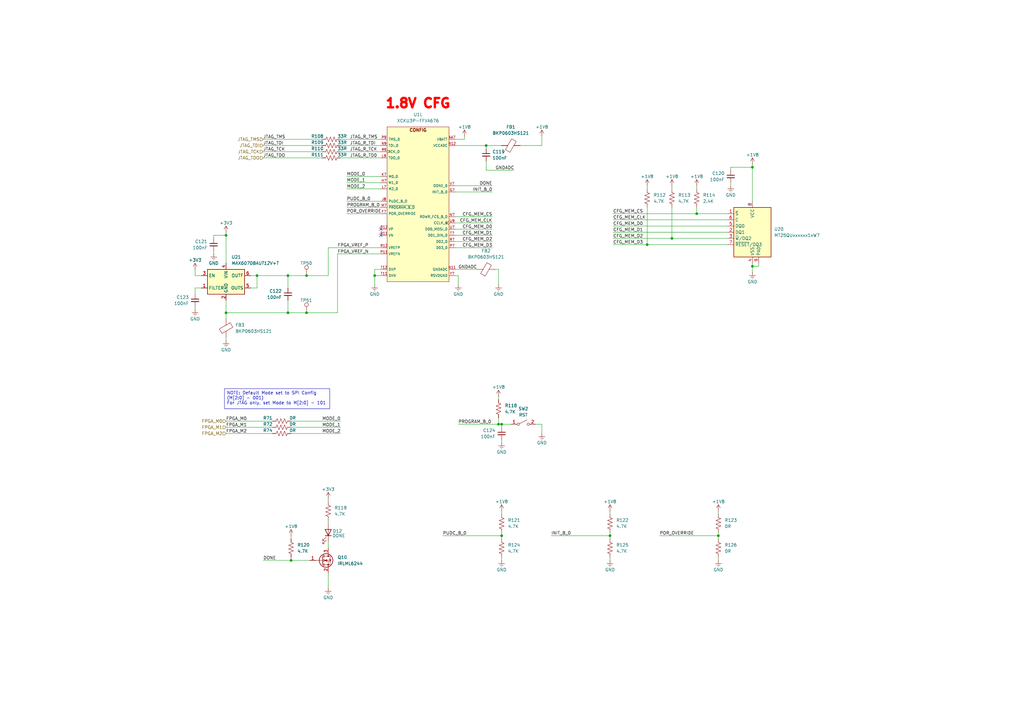
<source format=kicad_sch>
(kicad_sch (version 20231120) (generator "eeschema") (generator_version "8.0")
  (paper "A3")
  (title_block (title "FPGA Configuration") (date "2024-07-31") (rev "1.0") (company "Drexel University") (comment 1 "Designed by John Hofmeyr"))
  (lib_symbols
    (symbol "Connector:TestPoint" (pin_numbers hide) (pin_names (offset 0.762) hide)
      (property "Reference" "TP" (at 0 6.858 0))
      (property "Value" "TestPoint" (at 0 5.08 0))
      (symbol "TestPoint_1_1"
        (pin passive line (at 0 0 90) (length 2.54) (name "1") (number "1"))
      )
    )
    (symbol "Device:C_Small" (pin_numbers hide) (pin_names (offset 0.254) hide)
      (property "Reference" "C" (at 0.254 1.778 0))
      (property "Value" "C_Small" (at 0.254 -2.032 0))
      (symbol "C_Small_1_1"
        (pin passive line (at 0 2.54 270) (length 2.032) (name "~") (number "1"))
        (pin passive line (at 0 -2.54 90) (length 2.032) (name "~") (number "2"))
      )
    )
    (symbol "Device:FerriteBead" (pin_numbers hide) (pin_names (offset 0))
      (property "Reference" "FB" (at -3.81 0.635 90))
      (property "Value" "FerriteBead" (at 3.81 0 90))
      (symbol "FerriteBead_1_1"
        (pin passive line (at 0 3.81 270) (length 2.54) (name "~") (number "1"))
        (pin passive line (at 0 -3.81 90) (length 2.54) (name "~") (number "2"))
      )
    )
    (symbol "Device:LED" (pin_numbers hide) (pin_names (offset 1.016) hide)
      (property "Reference" "D" (at 0 2.54 0))
      (property "Value" "LED" (at 0 -2.54 0))
      (symbol "LED_1_1"
        (pin passive line (at -3.81 0 0) (length 2.54) (name "K") (number "1"))
        (pin passive line (at 3.81 0 180) (length 2.54) (name "A") (number "2"))
      )
    )
    (symbol "Device:R_US" (pin_numbers hide) (pin_names (offset 0))
      (property "Reference" "R" (at 2.54 0 90))
      (property "Value" "R_US" (at -2.54 0 90))
      (symbol "R_US_1_1"
        (pin passive line (at 0 3.81 270) (length 1.27) (name "~") (number "1"))
        (pin passive line (at 0 -3.81 90) (length 1.27) (name "~") (number "2"))
      )
    )
    (symbol "FPGA Module:XCKU3P-FFVA676"
      (property "Reference" "U" (at 12.7 3.81 0))
      (property "Value" "XCKU3P-FFVA676" (at 12.7 1.27 0))
      (symbol "XCKU3P-FFVA676_1_0"
        (pin bidirectional line (at -2.54 -58.42 0) (length 2.54) (name "IO_L15P_T2L_N4_AD11P_67") (number "A17"))
        (pin bidirectional line (at -2.54 -55.88 0) (length 2.54) (name "IO_L15N_T2L_N5_AD11N_67") (number "A18"))
        (pin bidirectional line (at -2.54 -50.8 0) (length 2.54) (name "IO_L16N_T2U_N7_QBC_AD3N_67") (number "A19"))
        (pin bidirectional line (at -2.54 -91.44 0) (length 2.54) (name "IO_L8N_T1L_N3_AD5N_67") (number "A20"))
        (pin bidirectional line (at -2.54 -99.06 0) (length 2.54) (name "IO_L7P_T1L_N0_QBC_AD13P_67") (number "A22"))
        (pin bidirectional line (at -2.54 -96.52 0) (length 2.54) (name "IO_L7N_T1L_N1_QBC_AD13N_67") (number "A23"))
        (pin bidirectional line (at -2.54 -134.62 0) (length 2.54) (name "IO_L1P_T0L_N0_DBC_67") (number "A24"))
        (pin bidirectional line (at -2.54 -132.08 0) (length 2.54) (name "IO_L1N_T0L_N1_DBC_67") (number "A25"))
        (pin bidirectional line (at -2.54 -45.72 0) (length 2.54) (name "IO_L17N_T2U_N9_AD10N_67") (number "B16"))
        (pin bidirectional line (at -2.54 -40.64 0) (length 2.54) (name "IO_L18N_T2U_N11_AD2N_67") (number "B17"))
        (pin bidirectional line (at -2.54 -53.34 0) (length 2.54) (name "IO_L16P_T2U_N6_QBC_AD3P_67") (number "B19"))
        (pin bidirectional line (at -2.54 -93.98 0) (length 2.54) (name "IO_L8P_T1L_N2_AD5P_67") (number "B20"))
        (pin bidirectional line (at -2.54 -88.9 0) (length 2.54) (name "IO_L9P_T1L_N4_AD12P_67") (number "B21"))
        (pin bidirectional line (at -2.54 -86.36 0) (length 2.54) (name "IO_L9N_T1L_N5_AD12N_67") (number "B22"))
        (pin bidirectional line (at -2.54 -124.46 0) (length 2.54) (name "IO_L3P_T0L_N4_AD15P_67") (number "B24"))
        (pin bidirectional line (at -2.54 -121.92 0) (length 2.54) (name "IO_L3N_T0L_N5_AD15N_67") (number "B25"))
        (pin bidirectional line (at -2.54 -106.68 0) (length 2.54) (name "IO_L6N_T0U_N11_AD6N_67") (number "B26"))
        (pin bidirectional line (at -2.54 -48.26 0) (length 2.54) (name "IO_L17P_T2U_N8_AD10P_67") (number "C16"))
        (pin bidirectional line (at -2.54 -43.18 0) (length 2.54) (name "IO_L18P_T2U_N10_AD2P_67") (number "C17"))
        (pin bidirectional line (at -2.54 -60.96 0) (length 2.54) (name "IO_L14N_T2L_N3_GC_67") (number "C18"))
        (pin bidirectional line (at -2.54 -66.04 0) (length 2.54) (name "IO_L13N_T2L_N1_GC_QBC_67") (number "C19"))
        (pin bidirectional line (at -2.54 -83.82 0) (length 2.54) (name "IO_L10P_T1U_N6_QBC_AD4P_67") (number "C21"))
        (pin bidirectional line (at -2.54 -81.28 0) (length 2.54) (name "IO_L10N_T1U_N7_QBC_AD4N_67") (number "C22"))
        (pin bidirectional line (at -2.54 -116.84 0) (length 2.54) (name "IO_L4N_T0U_N7_DBC_AD7N_67") (number "C23"))
        (pin bidirectional line (at -2.54 -111.76 0) (length 2.54) (name "IO_L5N_T0U_N9_AD14N_67") (number "C24"))
        (pin bidirectional line (at -2.54 -109.22 0) (length 2.54) (name "IO_L6P_T0U_N10_AD6P_67") (number "C26"))
        (pin bidirectional line (at -2.54 -38.1 0) (length 2.54) (name "IO_T2U_N12_67") (number "D16"))
        (pin bidirectional line (at -2.54 -63.5 0) (length 2.54) (name "IO_L14P_T2L_N2_GC_67") (number "D18"))
        (pin bidirectional line (at -2.54 -68.58 0) (length 2.54) (name "IO_L13P_T2L_N0_GC_QBC_67") (number "D19"))
        (pin bidirectional line (at -2.54 -73.66 0) (length 2.54) (name "IO_L12P_T1U_N10_GC_67") (number "D20"))
        (pin bidirectional line (at -2.54 -71.12 0) (length 2.54) (name "IO_L12N_T1U_N11_GC_67") (number "D21"))
        (pin bidirectional line (at -2.54 -119.38 0) (length 2.54) (name "IO_L4P_T0U_N6_DBC_AD7P_67") (number "D23"))
        (pin bidirectional line (at -2.54 -114.3 0) (length 2.54) (name "IO_L5P_T0U_N8_AD14P_67") (number "D24"))
        (pin bidirectional line (at -2.54 -129.54 0) (length 2.54) (name "IO_L2P_T0L_N2_67") (number "D25"))
        (pin bidirectional line (at -2.54 -127 0) (length 2.54) (name "IO_L2N_T0L_N3_67") (number "D26"))
        (pin bidirectional line (at -2.54 -35.56 0) (length 2.54) (name "IO_T3U_N12_67") (number "E16"))
        (pin bidirectional line (at -2.54 -12.7 0) (length 2.54) (name "IO_L23P_T3U_N8_67") (number "E17"))
        (pin bidirectional line (at -2.54 -10.16 0) (length 2.54) (name "IO_L23N_T3U_N9_67") (number "E18"))
        (pin bidirectional line (at -2.54 -78.74 0) (length 2.54) (name "IO_L11P_T1U_N8_GC_67") (number "E20"))
        (pin bidirectional line (at -2.54 -76.2 0) (length 2.54) (name "IO_L11N_T1U_N9_GC_67") (number "E21"))
        (pin bidirectional line (at -2.54 -101.6 0) (length 2.54) (name "IO_T1U_N12_67") (number "E22"))
        (pin bidirectional line (at -2.54 -104.14 0) (length 2.54) (name "IO_T0U_N12_VRP_67") (number "E23"))
        (pin bidirectional line (at -2.54 -25.4 0) (length 2.54) (name "IO_L20N_T3L_N3_AD1N_67") (number "F17"))
        (pin bidirectional line (at -2.54 -22.86 0) (length 2.54) (name "IO_L21P_T3L_N4_AD8P_67") (number "F18"))
        (pin bidirectional line (at -2.54 -20.32 0) (length 2.54) (name "IO_L21N_T3L_N5_AD8N_67") (number "F19"))
        (pin bidirectional line (at -2.54 -30.48 0) (length 2.54) (name "IO_L19N_T3L_N1_DBC_AD9N_67") (number "F20"))
        (pin bidirectional line (at -2.54 -15.24 0) (length 2.54) (name "IO_L22N_T3U_N7_DBC_AD0N_67") (number "G16"))
        (pin bidirectional line (at -2.54 -27.94 0) (length 2.54) (name "IO_L20P_T3L_N2_AD1P_67") (number "G17"))
        (pin bidirectional line (at -2.54 -33.02 0) (length 2.54) (name "IO_L19P_T3L_N0_DBC_AD9P_67") (number "G19"))
        (pin bidirectional line (at -2.54 -17.78 0) (length 2.54) (name "IO_L22P_T3U_N6_DBC_AD0P_67") (number "H16"))
        (pin bidirectional line (at -2.54 -7.62 0) (length 2.54) (name "IO_L24P_T3U_N10_67") (number "H17"))
        (pin bidirectional line (at -2.54 -5.08 0) (length 2.54) (name "IO_L24N_T3U_N11_67") (number "H18"))
      )
      (symbol "XCKU3P-FFVA676_1_1"
        (text "IO BANK 67" (at 13.97 -1.27 0) (effects (font (size 1.27 1.27) (bold yes))))
      )
      (symbol "XCKU3P-FFVA676_2_0"
        (pin bidirectional line (at -2.54 -40.64 0) (length 2.54) (name "IO_L18N_T2U_N11_AD2N_66") (number "A10"))
        (pin bidirectional line (at -2.54 -106.68 0) (length 2.54) (name "IO_L6N_T0U_N11_AD6N_66") (number "A12"))
        (pin bidirectional line (at -2.54 -109.22 0) (length 2.54) (name "IO_L6P_T0U_N10_AD6P_66") (number "A13"))
        (pin bidirectional line (at -2.54 -116.84 0) (length 2.54) (name "IO_L4N_T0U_N7_DBC_AD7N_66") (number "A14"))
        (pin bidirectional line (at -2.54 -127 0) (length 2.54) (name "IO_L2N_T0L_N3_66") (number "A15"))
        (pin bidirectional line (at -2.54 -43.18 0) (length 2.54) (name "IO_L18P_T2U_N10_AD2P_66") (number "B10"))
        (pin bidirectional line (at -2.54 -50.8 0) (length 2.54) (name "IO_L16N_T2U_N7_QBC_AD3N_66") (number "B11"))
        (pin bidirectional line (at -2.54 -111.76 0) (length 2.54) (name "IO_L5N_T0U_N9_AD14N_66") (number "B12"))
        (pin bidirectional line (at -2.54 -119.38 0) (length 2.54) (name "IO_L4P_T0U_N6_DBC_AD7P_66") (number "B14"))
        (pin bidirectional line (at -2.54 -129.54 0) (length 2.54) (name "IO_L2P_T0L_N2_66") (number "B15"))
        (pin bidirectional line (at -2.54 -53.34 0) (length 2.54) (name "IO_L16P_T2U_N6_QBC_AD3P_66") (number "C11"))
        (pin bidirectional line (at -2.54 -114.3 0) (length 2.54) (name "IO_L5P_T0U_N8_AD14P_66") (number "C12"))
        (pin bidirectional line (at -2.54 -121.92 0) (length 2.54) (name "IO_L3N_T0L_N5_AD15N_66") (number "C13"))
        (pin bidirectional line (at -2.54 -132.08 0) (length 2.54) (name "IO_L1N_T0L_N1_DBC_66") (number "C14"))
        (pin bidirectional line (at -2.54 -55.88 0) (length 2.54) (name "IO_L15N_T2L_N5_AD11N_66") (number "C8"))
        (pin bidirectional line (at -2.54 -58.42 0) (length 2.54) (name "IO_L15P_T2L_N4_AD11P_66") (number "C9"))
        (pin bidirectional line (at -2.54 -66.04 0) (length 2.54) (name "IO_L13N_T2L_N1_GC_QBC_66") (number "D10"))
        (pin bidirectional line (at -2.54 -60.96 0) (length 2.54) (name "IO_L14N_T2L_N3_GC_66") (number "D11"))
        (pin bidirectional line (at -2.54 -124.46 0) (length 2.54) (name "IO_L3P_T0L_N4_AD15P_66") (number "D13"))
        (pin bidirectional line (at -2.54 -134.62 0) (length 2.54) (name "IO_L1P_T0L_N0_DBC_66") (number "D14"))
        (pin bidirectional line (at -2.54 -104.14 0) (length 2.54) (name "IO_T0U_N12_VRP_66") (number "D15"))
        (pin bidirectional line (at -2.54 -45.72 0) (length 2.54) (name "IO_L17N_T2U_N9_AD10N_66") (number "D8"))
        (pin bidirectional line (at -2.54 -38.1 0) (length 2.54) (name "IO_T2U_N12_66") (number "D9"))
        (pin bidirectional line (at -2.54 -68.58 0) (length 2.54) (name "IO_L13P_T2L_N0_GC_QBC_66") (number "E10"))
        (pin bidirectional line (at -2.54 -63.5 0) (length 2.54) (name "IO_L14P_T2L_N2_GC_66") (number "E11"))
        (pin bidirectional line (at -2.54 -71.12 0) (length 2.54) (name "IO_L12N_T1U_N11_GC_66") (number "E12"))
        (pin bidirectional line (at -2.54 -73.66 0) (length 2.54) (name "IO_L12P_T1U_N10_GC_66") (number "E13"))
        (pin bidirectional line (at -2.54 -101.6 0) (length 2.54) (name "IO_T1U_N12_66") (number "E15"))
        (pin bidirectional line (at -2.54 -48.26 0) (length 2.54) (name "IO_L17P_T2U_N8_AD10P_66") (number "E8"))
        (pin bidirectional line (at -2.54 -15.24 0) (length 2.54) (name "IO_L22N_T3U_N7_DBC_AD0N_66") (number "F10"))
        (pin bidirectional line (at -2.54 -76.2 0) (length 2.54) (name "IO_L11N_T1U_N9_GC_66") (number "F12"))
        (pin bidirectional line (at -2.54 -81.28 0) (length 2.54) (name "IO_L10N_T1U_N7_QBC_AD4N_66") (number "F13"))
        (pin bidirectional line (at -2.54 -83.82 0) (length 2.54) (name "IO_L10P_T1U_N6_QBC_AD4P_66") (number "F14"))
        (pin bidirectional line (at -2.54 -91.44 0) (length 2.54) (name "IO_L8N_T1L_N3_AD5N_66") (number "F15"))
        (pin bidirectional line (at -2.54 -25.4 0) (length 2.54) (name "IO_L20N_T3L_N3_AD1N_66") (number "F8"))
        (pin bidirectional line (at -2.54 -27.94 0) (length 2.54) (name "IO_L20P_T3L_N2_AD1P_66") (number "F9"))
        (pin bidirectional line (at -2.54 -7.62 0) (length 2.54) (name "IO_L24P_T3U_N10_66") (number "G10"))
        (pin bidirectional line (at -2.54 -17.78 0) (length 2.54) (name "IO_L22P_T3U_N6_DBC_AD0P_66") (number "G11"))
        (pin bidirectional line (at -2.54 -78.74 0) (length 2.54) (name "IO_L11P_T1U_N8_GC_66") (number "G12"))
        (pin bidirectional line (at -2.54 -96.52 0) (length 2.54) (name "IO_L7N_T1L_N1_QBC_AD13N_66") (number "G14"))
        (pin bidirectional line (at -2.54 -93.98 0) (length 2.54) (name "IO_L8P_T1L_N2_AD5P_66") (number "G15"))
        (pin bidirectional line (at -2.54 -5.08 0) (length 2.54) (name "IO_L24N_T3U_N11_66") (number "G9"))
        (pin bidirectional line (at -2.54 -10.16 0) (length 2.54) (name "IO_L23N_T3U_N9_66") (number "H11"))
        (pin bidirectional line (at -2.54 -35.56 0) (length 2.54) (name "IO_T3U_N12_66") (number "H12"))
        (pin bidirectional line (at -2.54 -86.36 0) (length 2.54) (name "IO_L9N_T1L_N5_AD12N_66") (number "H13"))
        (pin bidirectional line (at -2.54 -99.06 0) (length 2.54) (name "IO_L7P_T1L_N0_QBC_AD13P_66") (number "H14"))
        (pin bidirectional line (at -2.54 -30.48 0) (length 2.54) (name "IO_L19N_T3L_N1_DBC_AD9N_66") (number "H8"))
        (pin bidirectional line (at -2.54 -33.02 0) (length 2.54) (name "IO_L19P_T3L_N0_DBC_AD9P_66") (number "H9"))
        (pin bidirectional line (at -2.54 -22.86 0) (length 2.54) (name "IO_L21P_T3L_N4_AD8P_66") (number "J10"))
        (pin bidirectional line (at -2.54 -12.7 0) (length 2.54) (name "IO_L23P_T3U_N8_66") (number "J11"))
        (pin bidirectional line (at -2.54 -88.9 0) (length 2.54) (name "IO_L9P_T1L_N4_AD12P_66") (number "J13"))
        (pin bidirectional line (at -2.54 -20.32 0) (length 2.54) (name "IO_L21N_T3L_N5_AD8N_66") (number "J9"))
      )
      (symbol "XCKU3P-FFVA676_2_1"
        (text "IO BANK 66\n" (at 13.97 -1.27 0) (effects (font (size 1.27 1.27) (bold yes))))
      )
      (symbol "XCKU3P-FFVA676_3_0"
        (pin bidirectional line (at -2.54 -109.22 0) (length 2.54) (name "IO_T1U_N12_SMBALERT_65") (number "AA17"))
        (pin bidirectional line (at -2.54 -38.1 0) (length 2.54) (name "IO_T2U_N12_CSI_ADV_B_65") (number "AA18"))
        (pin bidirectional line (at -2.54 -68.58 0) (length 2.54) (name "IO_L13P_T2L_N0_GC_QBC_A06_D22_65") (number "AA19"))
        (pin bidirectional line (at -2.54 -66.04 0) (length 2.54) (name "IO_L13N_T2L_N1_GC_QBC_A07_D23_65") (number "AA20"))
        (pin bidirectional line (at -2.54 -106.68 0) (length 2.54) (name "IO_T0U_N12_VRP_A28_65") (number "AB16"))
        (pin bidirectional line (at -2.54 -81.28 0) (length 2.54) (name "IO_L2P_T0L_N2_FOE_B_65") (number "AB17"))
        (pin bidirectional line (at -2.54 -63.5 0) (length 2.54) (name "IO_L14P_T2L_N2_GC_A04_D20_65") (number "AB19"))
        (pin bidirectional line (at -2.54 -60.96 0) (length 2.54) (name "IO_L14N_T2L_N3_GC_A05_D21_65") (number "AB20"))
        (pin bidirectional line (at -2.54 -48.26 0) (length 2.54) (name "IO_L17P_T2U_N8_AD10P_D14_65") (number "AB21"))
        (pin bidirectional line (at -2.54 -76.2 0) (length 2.54) (name "IO_L1P_T0L_N0_DBC_RS0_65") (number "AC16"))
        (pin bidirectional line (at -2.54 -83.82 0) (length 2.54) (name "IO_L2N_T0L_N3_FWE_FCS2_B_65") (number "AC17"))
        (pin bidirectional line (at -2.54 -96.52 0) (length 2.54) (name "IO_L5P_T0U_N8_AD14P_A22_65") (number "AC18"))
        (pin bidirectional line (at -2.54 -58.42 0) (length 2.54) (name "IO_L15P_T2L_N4_AD11P_A02_D18_65") (number "AC19"))
        (pin bidirectional line (at -2.54 -45.72 0) (length 2.54) (name "IO_L17N_T2U_N9_AD10N_D15_65") (number "AC21"))
        (pin bidirectional line (at -2.54 -35.56 0) (length 2.54) (name "IO_T3U_N12_PERSTN0_65") (number "AC22"))
        (pin bidirectional line (at -2.54 -78.74 0) (length 2.54) (name "IO_L1N_T0L_N1_DBC_RS1_65") (number "AD16"))
        (pin bidirectional line (at -2.54 -99.06 0) (length 2.54) (name "IO_L5N_T0U_N9_AD14N_A23_65") (number "AD18"))
        (pin bidirectional line (at -2.54 -55.88 0) (length 2.54) (name "IO_L15N_T2L_N5_AD11N_A03_D19_65") (number "AD19"))
        (pin bidirectional line (at -2.54 -43.18 0) (length 2.54) (name "IO_L18P_T2U_N10_AD2P_D12_65") (number "AD20"))
        (pin bidirectional line (at -2.54 -40.64 0) (length 2.54) (name "IO_L18N_T2U_N11_AD2N_D13_65") (number "AD21"))
        (pin bidirectional line (at -2.54 -12.7 0) (length 2.54) (name "IO_L23P_T3U_N8_I2C_SCLK_65") (number "AD23"))
        (pin bidirectional line (at -2.54 -7.62 0) (length 2.54) (name "IO_L24P_T3U_N10_EMCCLK_65") (number "AD24"))
        (pin bidirectional line (at -2.54 -5.08 0) (length 2.54) (name "IO_L24N_T3U_N11_DOUT_CSO_B_65") (number "AD25"))
        (pin bidirectional line (at -2.54 -17.78 0) (length 2.54) (name "IO_L22P_T3U_N6_DBC_AD0P_D04_65") (number "AD26"))
        (pin bidirectional line (at -2.54 -86.36 0) (length 2.54) (name "IO_L3P_T0L_N4_AD15P_A26_65") (number "AE17"))
        (pin bidirectional line (at -2.54 -88.9 0) (length 2.54) (name "IO_L3N_T0L_N5_AD15N_A27_65") (number "AE18"))
        (pin bidirectional line (at -2.54 -53.34 0) (length 2.54) (name "IO_L16P_T2U_N6_QBC_AD3P_A00_D16_65") (number "AE20"))
        (pin bidirectional line (at -2.54 -50.8 0) (length 2.54) (name "IO_L16N_T2U_N7_QBC_AD3N_A01_D17_65") (number "AE21"))
        (pin bidirectional line (at -2.54 -33.02 0) (length 2.54) (name "IO_L19P_T3L_N0_DBC_AD9P_D10_65") (number "AE22"))
        (pin bidirectional line (at -2.54 -10.16 0) (length 2.54) (name "IO_L23N_T3U_N9_PERSTN1_I2C_SDA_65") (number "AE23"))
        (pin bidirectional line (at -2.54 -27.94 0) (length 2.54) (name "IO_L20P_T3L_N2_AD1P_D08_65") (number "AE25"))
        (pin bidirectional line (at -2.54 -15.24 0) (length 2.54) (name "IO_L22N_T3U_N7_DBC_AD0N_D05_65") (number "AE26"))
        (pin bidirectional line (at -2.54 -101.6 0) (length 2.54) (name "IO_L6P_T0U_N10_AD6P_A20_65") (number "AF17"))
        (pin bidirectional line (at -2.54 -104.14 0) (length 2.54) (name "IO_L6N_T0U_N11_AD6N_A21_65") (number "AF18"))
        (pin bidirectional line (at -2.54 -91.44 0) (length 2.54) (name "IO_L4P_T0U_N6_DBC_AD7P_A24_65") (number "AF19"))
        (pin bidirectional line (at -2.54 -93.98 0) (length 2.54) (name "IO_L4N_T0U_N7_DBC_AD7N_A25_65") (number "AF20"))
        (pin bidirectional line (at -2.54 -30.48 0) (length 2.54) (name "IO_L19N_T3L_N1_DBC_AD9N_D11_65") (number "AF22"))
        (pin bidirectional line (at -2.54 -22.86 0) (length 2.54) (name "IO_L21P_T3L_N4_AD8P_D06_65") (number "AF23"))
        (pin bidirectional line (at -2.54 -20.32 0) (length 2.54) (name "IO_L21N_T3L_N5_AD8N_D07_65") (number "AF24"))
        (pin bidirectional line (at -2.54 -25.4 0) (length 2.54) (name "IO_L20N_T3L_N3_AD1N_D09_65") (number "AF25"))
        (pin bidirectional line (at -2.54 -127 0) (length 2.54) (name "IO_L10P_T1U_N6_QBC_AD4P_A12_D28_65") (number "V18"))
        (pin bidirectional line (at -2.54 -129.54 0) (length 2.54) (name "IO_L10N_T1U_N7_QBC_AD4N_A13_D29_65") (number "V19"))
        (pin bidirectional line (at -2.54 -111.76 0) (length 2.54) (name "IO_L7P_T1L_N0_QBC_AD13P_A18_65") (number "W16"))
        (pin bidirectional line (at -2.54 -121.92 0) (length 2.54) (name "IO_L9P_T1L_N4_AD12P_A14_D30_65") (number "W18"))
        (pin bidirectional line (at -2.54 -124.46 0) (length 2.54) (name "IO_L9N_T1L_N5_AD12N_A15_D31_65") (number "W19"))
        (pin bidirectional line (at -2.54 -73.66 0) (length 2.54) (name "IO_L12P_T1U_N10_GC_A08_D24_65") (number "W20"))
        (pin bidirectional line (at -2.54 -116.84 0) (length 2.54) (name "IO_L8P_T1L_N2_AD5P_A16_65") (number "W21"))
        (pin bidirectional line (at -2.54 -114.3 0) (length 2.54) (name "IO_L7N_T1L_N1_QBC_AD13N_A19_65") (number "Y16"))
        (pin bidirectional line (at -2.54 -132.08 0) (length 2.54) (name "IO_L11P_T1U_N8_GC_A10_D26_65") (number "Y17"))
        (pin bidirectional line (at -2.54 -134.62 0) (length 2.54) (name "IO_L11N_T1U_N9_GC_A11_D27_65") (number "Y18"))
        (pin bidirectional line (at -2.54 -71.12 0) (length 2.54) (name "IO_L12N_T1U_N11_GC_A09_D25_65") (number "Y20"))
        (pin bidirectional line (at -2.54 -119.38 0) (length 2.54) (name "IO_L8N_T1L_N3_AD5N_A17_65") (number "Y21"))
      )
      (symbol "XCKU3P-FFVA676_3_1"
        (text "IO BANK 65\n" (at 16.51 -1.27 0) (effects (font (size 1.27 1.27) (bold yes))))
      )
      (symbol "XCKU3P-FFVA676_4_0"
        (pin bidirectional line (at -2.54 -15.24 0) (length 2.54) (name "IO_L3P_T0L_N4_AD15P_64") (number "AA22"))
        (pin bidirectional line (at -2.54 -27.94 0) (length 2.54) (name "IO_L5N_T0U_N9_AD14N_64") (number "AA23"))
        (pin bidirectional line (at -2.54 -5.08 0) (length 2.54) (name "IO_L1P_T0L_N0_DBC_64") (number "AA24"))
        (pin bidirectional line (at -2.54 -20.32 0) (length 2.54) (name "IO_L4P_T0U_N6_DBC_AD7P_64") (number "AA25"))
        (pin bidirectional line (at -2.54 -17.78 0) (length 2.54) (name "IO_L3N_T0L_N5_AD15N_64") (number "AB22"))
        (pin bidirectional line (at -2.54 -7.62 0) (length 2.54) (name "IO_L1N_T0L_N1_DBC_64") (number "AB24"))
        (pin bidirectional line (at -2.54 -22.86 0) (length 2.54) (name "IO_L4N_T0U_N7_DBC_AD7N_64") (number "AB25"))
        (pin bidirectional line (at -2.54 -10.16 0) (length 2.54) (name "IO_L2P_T0L_N2_64") (number "AB26"))
        (pin bidirectional line (at -2.54 -30.48 0) (length 2.54) (name "IO_L6P_T0U_N10_AD6P_64") (number "AC23"))
        (pin bidirectional line (at -2.54 -33.02 0) (length 2.54) (name "IO_L6N_T0U_N11_AD6N_64") (number "AC24"))
        (pin bidirectional line (at -2.54 -12.7 0) (length 2.54) (name "IO_L2N_T0L_N3_64") (number "AC26"))
        (pin bidirectional line (at -2.54 -116.84 0) (length 2.54) (name "IO_L21P_T3L_N4_AD8P_64") (number "P18"))
        (pin bidirectional line (at -2.54 -119.38 0) (length 2.54) (name "IO_L21N_T3L_N5_AD8N_64") (number "P19"))
        (pin bidirectional line (at -2.54 -127 0) (length 2.54) (name "IO_L23P_T3U_N8_64") (number "P20"))
        (pin bidirectional line (at -2.54 -111.76 0) (length 2.54) (name "IO_L20P_T3L_N2_AD1P_64") (number "P21"))
        (pin bidirectional line (at -2.54 -91.44 0) (length 2.54) (name "IO_L17P_T2U_N8_AD10P_64") (number "P23"))
        (pin bidirectional line (at -2.54 -93.98 0) (length 2.54) (name "IO_L17N_T2U_N9_AD10N_64") (number "P24"))
        (pin bidirectional line (at -2.54 -96.52 0) (length 2.54) (name "IO_L18P_T2U_N10_AD2P_64") (number "P25"))
        (pin bidirectional line (at -2.54 -81.28 0) (length 2.54) (name "IO_L15P_T2L_N4_AD11P_64") (number "P26"))
        (pin bidirectional line (at -2.54 -106.68 0) (length 2.54) (name "IO_L19P_T3L_N0_DBC_AD9P_64") (number "R18"))
        (pin bidirectional line (at -2.54 -129.54 0) (length 2.54) (name "IO_L23N_T3U_N9_64") (number "R20"))
        (pin bidirectional line (at -2.54 -114.3 0) (length 2.54) (name "IO_L20N_T3L_N3_AD1N_64") (number "R21"))
        (pin bidirectional line (at -2.54 -86.36 0) (length 2.54) (name "IO_L16P_T2U_N6_QBC_AD3P_64") (number "R22"))
        (pin bidirectional line (at -2.54 -88.9 0) (length 2.54) (name "IO_L16N_T2U_N7_QBC_AD3N_64") (number "R23"))
        (pin bidirectional line (at -2.54 -99.06 0) (length 2.54) (name "IO_L18N_T2U_N11_AD2N_64") (number "R25"))
        (pin bidirectional line (at -2.54 -83.82 0) (length 2.54) (name "IO_L15N_T2L_N5_AD11N_64") (number "R26"))
        (pin bidirectional line (at -2.54 -109.22 0) (length 2.54) (name "IO_L19N_T3L_N1_DBC_AD9N_64") (number "T18"))
        (pin bidirectional line (at -2.54 -121.92 0) (length 2.54) (name "IO_L22P_T3U_N6_DBC_AD0P_64") (number "T19"))
        (pin bidirectional line (at -2.54 -124.46 0) (length 2.54) (name "IO_L22N_T3U_N7_DBC_AD0N_64") (number "T20"))
        (pin bidirectional line (at -2.54 -76.2 0) (length 2.54) (name "IO_L14P_T2L_N2_GC_64") (number "T22"))
        (pin bidirectional line (at -2.54 -71.12 0) (length 2.54) (name "IO_L13P_T2L_N0_GC_QBC_64") (number "T23"))
        (pin bidirectional line (at -2.54 -73.66 0) (length 2.54) (name "IO_L13N_T2L_N1_GC_QBC_64") (number "T24"))
        (pin bidirectional line (at -2.54 -101.6 0) (length 2.54) (name "IO_T2U_N12_64") (number "T25"))
        (pin bidirectional line (at -2.54 -132.08 0) (length 2.54) (name "IO_L24P_T3U_N10_64") (number "U20"))
        (pin bidirectional line (at -2.54 -134.62 0) (length 2.54) (name "IO_L24N_T3U_N11_64") (number "U21"))
        (pin bidirectional line (at -2.54 -78.74 0) (length 2.54) (name "IO_L14N_T2L_N3_GC_64") (number "U22"))
        (pin bidirectional line (at -2.54 -60.96 0) (length 2.54) (name "IO_L11P_T1U_N8_GC_64") (number "U24"))
        (pin bidirectional line (at -2.54 -38.1 0) (length 2.54) (name "IO_T1U_N12_64") (number "U25"))
        (pin bidirectional line (at -2.54 -55.88 0) (length 2.54) (name "IO_L10P_T1U_N6_QBC_AD4P_64") (number "U26"))
        (pin bidirectional line (at -2.54 -104.14 0) (length 2.54) (name "IO_T3U_N12_64") (number "V21"))
        (pin bidirectional line (at -2.54 -66.04 0) (length 2.54) (name "IO_L12P_T1U_N10_GC_64") (number "V22"))
        (pin bidirectional line (at -2.54 -68.58 0) (length 2.54) (name "IO_L12N_T1U_N11_GC_64") (number "V23"))
        (pin bidirectional line (at -2.54 -63.5 0) (length 2.54) (name "IO_L11N_T1U_N9_GC_64") (number "V24"))
        (pin bidirectional line (at -2.54 -58.42 0) (length 2.54) (name "IO_L10N_T1U_N7_QBC_AD4N_64") (number "V26"))
        (pin bidirectional line (at -2.54 -40.64 0) (length 2.54) (name "IO_L7P_T1L_N0_QBC_AD13P_64") (number "W23"))
        (pin bidirectional line (at -2.54 -43.18 0) (length 2.54) (name "IO_L7N_T1L_N1_QBC_AD13N_64") (number "W24"))
        (pin bidirectional line (at -2.54 -45.72 0) (length 2.54) (name "IO_L8P_T1L_N2_AD5P_64") (number "W25"))
        (pin bidirectional line (at -2.54 -48.26 0) (length 2.54) (name "IO_L8N_T1L_N3_AD5N_64") (number "W26"))
        (pin bidirectional line (at -2.54 -35.56 0) (length 2.54) (name "IO_T0U_N12_VRP_64") (number "Y22"))
        (pin bidirectional line (at -2.54 -25.4 0) (length 2.54) (name "IO_L5P_T0U_N8_AD14P_64") (number "Y23"))
        (pin bidirectional line (at -2.54 -50.8 0) (length 2.54) (name "IO_L9P_T1L_N4_AD12P_64") (number "Y25"))
        (pin bidirectional line (at -2.54 -53.34 0) (length 2.54) (name "IO_L9N_T1L_N5_AD12N_64") (number "Y26"))
      )
      (symbol "XCKU3P-FFVA676_4_1"
        (text "IO BANK 64\n" (at 13.97 -1.27 0) (effects (font (size 1.27 1.27) (bold yes))))
      )
      (symbol "XCKU3P-FFVA676_5_0"
        (pin bidirectional line (at -2.54 -35.56 0) (length 2.54) (name "IO_L7P_HDGC_85") (number "AA10"))
        (pin bidirectional line (at -2.54 -48.26 0) (length 2.54) (name "IO_L9N_AD11N_85") (number "AA8"))
        (pin bidirectional line (at -2.54 -38.1 0) (length 2.54) (name "IO_L7N_HDGC_85") (number "AA9"))
        (pin bidirectional line (at -2.54 -30.48 0) (length 2.54) (name "IO_L6P_HDGC_85") (number "AB10"))
        (pin bidirectional line (at -2.54 -33.02 0) (length 2.54) (name "IO_L6N_HDGC_85") (number "AB9"))
        (pin bidirectional line (at -2.54 -7.62 0) (length 2.54) (name "IO_L1N_AD15N_85") (number "AC11"))
        (pin bidirectional line (at -2.54 -5.08 0) (length 2.54) (name "IO_L1P_AD15P_85") (number "AC12"))
        (pin bidirectional line (at -2.54 -25.4 0) (length 2.54) (name "IO_L5P_HDGC_85") (number "AC8"))
        (pin bidirectional line (at -2.54 -15.24 0) (length 2.54) (name "IO_L3P_AD13P_85") (number "AC9"))
        (pin bidirectional line (at -2.54 -10.16 0) (length 2.54) (name "IO_L2P_AD14P_85") (number "AD11"))
        (pin bidirectional line (at -2.54 -27.94 0) (length 2.54) (name "IO_L5N_HDGC_85") (number "AD8"))
        (pin bidirectional line (at -2.54 -17.78 0) (length 2.54) (name "IO_L3N_AD13N_85") (number "AD9"))
        (pin bidirectional line (at -2.54 -20.32 0) (length 2.54) (name "IO_L4P_AD12P_85") (number "AE10"))
        (pin bidirectional line (at -2.54 -12.7 0) (length 2.54) (name "IO_L2N_AD14N_85") (number "AE11"))
        (pin bidirectional line (at -2.54 -22.86 0) (length 2.54) (name "IO_L4N_AD12N_85") (number "AF10"))
        (pin bidirectional line (at -2.54 -53.34 0) (length 2.54) (name "IO_L10N_AD10N_85") (number "V11"))
        (pin bidirectional line (at -2.54 -50.8 0) (length 2.54) (name "IO_L10P_AD10P_85") (number "V12"))
        (pin bidirectional line (at -2.54 -63.5 0) (length 2.54) (name "IO_L12N_AD8N_85") (number "W10"))
        (pin bidirectional line (at -2.54 -60.96 0) (length 2.54) (name "IO_L12P_AD8P_85") (number "W11"))
        (pin bidirectional line (at -2.54 -58.42 0) (length 2.54) (name "IO_L11N_AD9N_85") (number "W8"))
        (pin bidirectional line (at -2.54 -55.88 0) (length 2.54) (name "IO_L11P_AD9P_85") (number "W9"))
        (pin bidirectional line (at -2.54 -43.18 0) (length 2.54) (name "IO_L8N_HDGC_85") (number "Y10"))
        (pin bidirectional line (at -2.54 -40.64 0) (length 2.54) (name "IO_L8P_HDGC_85") (number "Y11"))
        (pin bidirectional line (at -2.54 -45.72 0) (length 2.54) (name "IO_L9P_AD11P_85") (number "Y8"))
      )
      (symbol "XCKU3P-FFVA676_5_1"
        (text "IO BANK 85" (at 12.7 -1.27 0) (effects (font (size 1.27 1.27) (bold yes))))
      )
      (symbol "XCKU3P-FFVA676_6_0"
        (pin bidirectional line (at -2.54 -58.42 0) (length 2.54) (name "IO_L11N_AD1N_84") (number "AA12"))
        (pin bidirectional line (at -2.54 -55.88 0) (length 2.54) (name "IO_L11P_AD1P_84") (number "AA13"))
        (pin bidirectional line (at -2.54 -45.72 0) (length 2.54) (name "IO_L9P_AD3P_84") (number "AA14"))
        (pin bidirectional line (at -2.54 -35.56 0) (length 2.54) (name "IO_L7P_HDGC_AD5P_84") (number "AA15"))
        (pin bidirectional line (at -2.54 -63.5 0) (length 2.54) (name "IO_L12N_AD0N_84") (number "AB11"))
        (pin bidirectional line (at -2.54 -60.96 0) (length 2.54) (name "IO_L12P_AD0P_84") (number "AB12"))
        (pin bidirectional line (at -2.54 -48.26 0) (length 2.54) (name "IO_L9N_AD3N_84") (number "AB14"))
        (pin bidirectional line (at -2.54 -38.1 0) (length 2.54) (name "IO_L7N_HDGC_AD5N_84") (number "AB15"))
        (pin bidirectional line (at -2.54 -27.94 0) (length 2.54) (name "IO_L5N_HDGC_AD7N_84") (number "AC13"))
        (pin bidirectional line (at -2.54 -25.4 0) (length 2.54) (name "IO_L5P_HDGC_AD7P_84") (number "AC14"))
        (pin bidirectional line (at -2.54 -33.02 0) (length 2.54) (name "IO_L6N_HDGC_AD6N_84") (number "AD13"))
        (pin bidirectional line (at -2.54 -30.48 0) (length 2.54) (name "IO_L6P_HDGC_AD6P_84") (number "AD14"))
        (pin bidirectional line (at -2.54 -15.24 0) (length 2.54) (name "IO_L3P_AD9P_84") (number "AD15"))
        (pin bidirectional line (at -2.54 -20.32 0) (length 2.54) (name "IO_L4P_AD8P_84") (number "AE12"))
        (pin bidirectional line (at -2.54 -17.78 0) (length 2.54) (name "IO_L3N_AD9N_84") (number "AE15"))
        (pin bidirectional line (at -2.54 -5.08 0) (length 2.54) (name "IO_L1P_AD11P_84") (number "AE16"))
        (pin bidirectional line (at -2.54 -22.86 0) (length 2.54) (name "IO_L4N_AD8N_84") (number "AF12"))
        (pin bidirectional line (at -2.54 -12.7 0) (length 2.54) (name "IO_L2N_AD10N_84") (number "AF13"))
        (pin bidirectional line (at -2.54 -10.16 0) (length 2.54) (name "IO_L2P_AD10P_84") (number "AF14"))
        (pin bidirectional line (at -2.54 -7.62 0) (length 2.54) (name "IO_L1N_AD11N_84") (number "AF15"))
        (pin bidirectional line (at -2.54 -53.34 0) (length 2.54) (name "IO_L10N_AD2N_84") (number "W13"))
        (pin bidirectional line (at -2.54 -50.8 0) (length 2.54) (name "IO_L10P_AD2P_84") (number "W14"))
        (pin bidirectional line (at -2.54 -40.64 0) (length 2.54) (name "IO_L8P_HDGC_AD4P_84") (number "W15"))
        (pin bidirectional line (at -2.54 -43.18 0) (length 2.54) (name "IO_L8N_HDGC_AD4N_84") (number "Y15"))
      )
      (symbol "XCKU3P-FFVA676_6_1"
        (text "IO BANK 84" (at 12.7 -1.27 0) (effects (font (size 1.27 1.27) (bold yes))))
      )
      (symbol "XCKU3P-FFVA676_7_0"
        (pin input line (at -2.54 -121.92 0) (length 2.54) (name "MGTYRXN3_227") (number "A3"))
        (pin input line (at -2.54 -111.76 0) (length 2.54) (name "MGTYRXP3_227") (number "A4"))
        (pin output line (at 55.88 -114.3 180) (length 2.54) (name "MGTYTXN3_227") (number "A7"))
        (pin output line (at 55.88 -124.46 180) (length 2.54) (name "MGTYTXP3_227") (number "A8"))
        (pin output line (at 55.88 -38.1 180) (length 2.54) (name "MGTYTXN0_225") (number "AA3"))
        (pin output line (at 55.88 -48.26 180) (length 2.54) (name "MGTYTXP0_225") (number "AA4"))
        (pin input line (at -2.54 -12.7 0) (length 2.54) (name "MGTYRXN3_224") (number "AB1"))
        (pin input line (at -2.54 -22.86 0) (length 2.54) (name "MGTYRXP3_224") (number "AB2"))
        (pin output line (at 55.88 -12.7 180) (length 2.54) (name "MGTYTXN3_224") (number "AB5"))
        (pin output line (at 55.88 -22.86 180) (length 2.54) (name "MGTYTXP3_224") (number "AB6"))
        (pin output line (at 55.88 -10.16 180) (length 2.54) (name "MGTYTXN2_224") (number "AC3"))
        (pin output line (at 55.88 -20.32 180) (length 2.54) (name "MGTYTXP2_224") (number "AC4"))
        (pin input line (at -2.54 -10.16 0) (length 2.54) (name "MGTYRXN2_224") (number "AD1"))
        (pin input line (at -2.54 -20.32 0) (length 2.54) (name "MGTYRXP2_224") (number "AD2"))
        (pin output line (at 55.88 -7.62 180) (length 2.54) (name "MGTYTXN1_224") (number "AD5"))
        (pin output line (at 55.88 -17.78 180) (length 2.54) (name "MGTYTXP1_224") (number "AD6"))
        (pin input line (at -2.54 -7.62 0) (length 2.54) (name "MGTYRXN1_224") (number "AE3"))
        (pin input line (at -2.54 -17.78 0) (length 2.54) (name "MGTYRXP1_224") (number "AE4"))
        (pin input line (at -2.54 -5.08 0) (length 2.54) (name "MGTYRXN0_224") (number "AF1"))
        (pin input line (at -2.54 -15.24 0) (length 2.54) (name "MGTYRXP0_224") (number "AF2"))
        (pin output line (at 55.88 -5.08 180) (length 2.54) (name "MGTYTXN0_224") (number "AF5"))
        (pin output line (at 55.88 -15.24 180) (length 2.54) (name "MGTYTXP0_224") (number "AF6"))
        (pin input line (at -2.54 -134.62 0) (length 2.54) (name "MGTRREF_R") (number "AF7"))
        (pin bidirectional line (at 55.88 -139.7 180) (length 2.54) (name "MGTAVTTRCAL_R") (number "AF8"))
        (pin input line (at -2.54 -119.38 0) (length 2.54) (name "MGTYRXN2_227") (number "B1"))
        (pin input line (at -2.54 -109.22 0) (length 2.54) (name "MGTYRXP2_227") (number "B2"))
        (pin output line (at 55.88 -111.76 180) (length 2.54) (name "MGTYTXN2_227") (number "B5"))
        (pin output line (at 55.88 -121.92 180) (length 2.54) (name "MGTYTXP2_227") (number "B6"))
        (pin input line (at -2.54 -116.84 0) (length 2.54) (name "MGTYRXN1_227") (number "C3"))
        (pin input line (at -2.54 -106.68 0) (length 2.54) (name "MGTYRXP1_227") (number "C4"))
        (pin input line (at -2.54 -114.3 0) (length 2.54) (name "MGTYRXN0_227") (number "D1"))
        (pin input line (at -2.54 -104.14 0) (length 2.54) (name "MGTYRXP0_227") (number "D2"))
        (pin output line (at 55.88 -109.22 180) (length 2.54) (name "MGTYTXN1_227") (number "D5"))
        (pin output line (at 55.88 -119.38 180) (length 2.54) (name "MGTYTXP1_227") (number "D6"))
        (pin output line (at 55.88 -106.68 180) (length 2.54) (name "MGTYTXN0_227") (number "E3"))
        (pin output line (at 55.88 -116.84 180) (length 2.54) (name "MGTYTXP0_227") (number "E4"))
        (pin input line (at -2.54 -88.9 0) (length 2.54) (name "MGTYRXN3_226") (number "F1"))
        (pin input line (at -2.54 -78.74 0) (length 2.54) (name "MGTYRXP3_226") (number "F2"))
        (pin input line (at -2.54 -127 0) (length 2.54) (name "MGTREFCLK1N_227") (number "F5"))
        (pin input line (at -2.54 -124.46 0) (length 2.54) (name "MGTREFCLK1P_227") (number "F6"))
        (pin output line (at 55.88 -76.2 180) (length 2.54) (name "MGTYTXN3_226") (number "G3"))
        (pin output line (at 55.88 -86.36 180) (length 2.54) (name "MGTYTXP3_226") (number "G4"))
        (pin input line (at -2.54 -86.36 0) (length 2.54) (name "MGTYRXN2_226") (number "H1"))
        (pin input line (at -2.54 -76.2 0) (length 2.54) (name "MGTYRXP2_226") (number "H2"))
        (pin input line (at -2.54 -132.08 0) (length 2.54) (name "MGTREFCLK0N_227") (number "H5"))
        (pin input line (at -2.54 -129.54 0) (length 2.54) (name "MGTREFCLK0P_227") (number "H6"))
        (pin output line (at 55.88 -73.66 180) (length 2.54) (name "MGTYTXN2_226") (number "J3"))
        (pin output line (at 55.88 -83.82 180) (length 2.54) (name "MGTYTXP2_226") (number "J4"))
        (pin input line (at -2.54 -83.82 0) (length 2.54) (name "MGTYRXN1_226") (number "K1"))
        (pin input line (at -2.54 -73.66 0) (length 2.54) (name "MGTYRXP1_226") (number "K2"))
        (pin input line (at -2.54 -93.98 0) (length 2.54) (name "MGTREFCLK1N_226") (number "K5"))
        (pin input line (at -2.54 -91.44 0) (length 2.54) (name "MGTREFCLK1P_226") (number "K6"))
        (pin output line (at 55.88 -71.12 180) (length 2.54) (name "MGTYTXN1_226") (number "L3"))
        (pin output line (at 55.88 -81.28 180) (length 2.54) (name "MGTYTXP1_226") (number "L4"))
        (pin input line (at -2.54 -81.28 0) (length 2.54) (name "MGTYRXN0_226") (number "M1"))
        (pin input line (at -2.54 -71.12 0) (length 2.54) (name "MGTYRXP0_226") (number "M2"))
        (pin input line (at -2.54 -99.06 0) (length 2.54) (name "MGTREFCLK0N_226") (number "M5"))
        (pin input line (at -2.54 -96.52 0) (length 2.54) (name "MGTREFCLK0P_226") (number "M6"))
        (pin output line (at 55.88 -68.58 180) (length 2.54) (name "MGTYTXN0_226") (number "N3"))
        (pin output line (at 55.88 -78.74 180) (length 2.54) (name "MGTYTXP0_226") (number "N4"))
        (pin input line (at -2.54 -45.72 0) (length 2.54) (name "MGTYRXN3_225") (number "P1"))
        (pin input line (at -2.54 -55.88 0) (length 2.54) (name "MGTYRXP3_225") (number "P2"))
        (pin input line (at -2.54 -63.5 0) (length 2.54) (name "MGTREFCLK1N_225") (number "P5"))
        (pin input line (at -2.54 -66.04 0) (length 2.54) (name "MGTREFCLK1P_225") (number "P6"))
        (pin output line (at 55.88 -45.72 180) (length 2.54) (name "MGTYTXN3_225") (number "R3"))
        (pin output line (at 55.88 -55.88 180) (length 2.54) (name "MGTYTXP3_225") (number "R4"))
        (pin input line (at -2.54 -43.18 0) (length 2.54) (name "MGTYRXN2_225") (number "T1"))
        (pin input line (at -2.54 -53.34 0) (length 2.54) (name "MGTYRXP2_225") (number "T2"))
        (pin input line (at -2.54 -58.42 0) (length 2.54) (name "MGTREFCLK0N_225") (number "T5"))
        (pin input line (at -2.54 -60.96 0) (length 2.54) (name "MGTREFCLK0P_225") (number "T6"))
        (pin output line (at 55.88 -43.18 180) (length 2.54) (name "MGTYTXN2_225") (number "U3"))
        (pin output line (at 55.88 -53.34 180) (length 2.54) (name "MGTYTXP2_225") (number "U4"))
        (pin input line (at -2.54 -40.64 0) (length 2.54) (name "MGTYRXN1_225") (number "V1"))
        (pin input line (at -2.54 -50.8 0) (length 2.54) (name "MGTYRXP1_225") (number "V2"))
        (pin input line (at -2.54 -30.48 0) (length 2.54) (name "MGTREFCLK1N_224") (number "V5"))
        (pin input line (at -2.54 -33.02 0) (length 2.54) (name "MGTREFCLK1P_224") (number "V6"))
        (pin output line (at 55.88 -40.64 180) (length 2.54) (name "MGTYTXN1_225") (number "W3"))
        (pin output line (at 55.88 -50.8 180) (length 2.54) (name "MGTYTXP1_225") (number "W4"))
        (pin input line (at -2.54 -38.1 0) (length 2.54) (name "MGTYRXN0_225") (number "Y1"))
        (pin input line (at -2.54 -48.26 0) (length 2.54) (name "MGTYRXP0_225") (number "Y2"))
        (pin input line (at -2.54 -25.4 0) (length 2.54) (name "MGTREFCLK0N_224") (number "Y5"))
        (pin input line (at -2.54 -27.94 0) (length 2.54) (name "MGTREFCLK0P_224") (number "Y6"))
      )
      (symbol "XCKU3P-FFVA676_7_1"
        (text "GTY 16Gb XCVR" (at 27.94 -1.27 0) (effects (font (size 1.27 1.27) (bold yes))))
      )
      (symbol "XCKU3P-FFVA676_8_0"
        (pin power_in line (at 26.67 -5.08 180) (length 2.54) (name "MGTAVCC_R") (number "AA6"))
        (pin power_in line (at -2.54 -5.08 0) (length 2.54) (name "MGTAVTT_R") (number "AC2"))
        (pin power_in line (at 26.67 -7.62 180) (length 2.54) (name "MGTAVCC_R") (number "AC6"))
        (pin power_in line (at -2.54 -7.62 0) (length 2.54) (name "MGTAVTT_R") (number "AD3"))
        (pin power_in line (at 26.67 -10.16 180) (length 2.54) (name "MGTAVCC_R") (number "AE6"))
        (pin power_in line (at -2.54 -10.16 0) (length 2.54) (name "MGTAVTT_R") (number "C2"))
        (pin power_in line (at 26.67 -12.7 180) (length 2.54) (name "MGTAVCC_R") (number "C6"))
        (pin power_in line (at -2.54 -12.7 0) (length 2.54) (name "MGTAVTT_R") (number "D3"))
        (pin power_in line (at 26.67 -15.24 180) (length 2.54) (name "MGTAVCC_R") (number "E6"))
        (pin power_in line (at -2.54 -15.24 0) (length 2.54) (name "MGTAVTT_R") (number "G2"))
        (pin power_in line (at 26.67 -17.78 180) (length 2.54) (name "MGTAVCC_R") (number "G6"))
        (pin power_in line (at -2.54 -17.78 0) (length 2.54) (name "MGTAVTT_R") (number "H3"))
        (pin power_in line (at 26.67 -35.56 180) (length 2.54) (name "MGTVCCAUX_R") (number "J6"))
        (pin power_in line (at -2.54 -20.32 0) (length 2.54) (name "MGTAVTT_R") (number "L2"))
        (pin power_in line (at 26.67 -20.32 180) (length 2.54) (name "MGTAVCC_R") (number "L6"))
        (pin power_in line (at -2.54 -22.86 0) (length 2.54) (name "MGTAVTT_R") (number "M3"))
        (pin power_in line (at 26.67 -22.86 180) (length 2.54) (name "MGTAVCC_R") (number "N6"))
        (pin power_in line (at -2.54 -25.4 0) (length 2.54) (name "MGTAVTT_R") (number "R2"))
        (pin power_in line (at 26.67 -25.4 180) (length 2.54) (name "MGTAVCC_R") (number "R6"))
        (pin power_in line (at -2.54 -27.94 0) (length 2.54) (name "MGTAVTT_R") (number "T3"))
        (pin power_in line (at 26.67 -27.94 180) (length 2.54) (name "MGTAVCC_R") (number "U6"))
        (pin power_in line (at -2.54 -30.48 0) (length 2.54) (name "MGTAVTT_R") (number "W2"))
        (pin power_in line (at 26.67 -33.02 180) (length 2.54) (name "MGTVCCAUX_R") (number "W6"))
        (pin power_in line (at -2.54 -33.02 0) (length 2.54) (name "MGTAVTT_R") (number "Y3"))
      )
      (symbol "XCKU3P-FFVA676_8_1"
        (text "MGT POWER" (at 11.43 -1.27 0) (effects (font (size 1.27 1.27) (bold yes))))
      )
      (symbol "XCKU3P-FFVA676_9_0"
        (pin power_in line (at 27.94 -5.08 180) (length 2.54) (name "VCCO_67") (number "A16"))
        (pin power_in line (at 27.94 -7.62 180) (length 2.54) (name "VCCO_67") (number "A26"))
        (pin power_in line (at 27.94 -93.98 180) (length 2.54) (name "VCCO_65") (number "AA16"))
        (pin power_in line (at 27.94 -55.88 180) (length 2.54) (name "VCCO_64") (number "AA26"))
        (pin power_in line (at -2.54 -36.83 0) (length 2.54) (name "VCCO_84") (number "AB13"))
        (pin power_in line (at 27.94 -58.42 180) (length 2.54) (name "VCCO_64") (number "AB23"))
        (pin power_in line (at -2.54 -20.32 0) (length 2.54) (name "VCCO_85") (number "AC10"))
        (pin power_in line (at 27.94 -91.44 180) (length 2.54) (name "VCCO_65") (number "AC20"))
        (pin power_in line (at 27.94 -88.9 180) (length 2.54) (name "VCCO_65") (number "AD17"))
        (pin power_in line (at -2.54 -39.37 0) (length 2.54) (name "VCCO_84") (number "AE14"))
        (pin power_in line (at 27.94 -86.36 180) (length 2.54) (name "VCCO_65") (number "AE24"))
        (pin power_in line (at -2.54 -22.86 0) (length 2.54) (name "VCCO_85") (number "AF11"))
        (pin power_in line (at 27.94 -83.82 180) (length 2.54) (name "VCCO_65") (number "AF21"))
        (pin power_in line (at 27.94 -45.72 180) (length 2.54) (name "VCCO_66") (number "B13"))
        (pin power_in line (at 27.94 -10.16 180) (length 2.54) (name "VCCO_67") (number "B23"))
        (pin power_in line (at 27.94 -43.18 180) (length 2.54) (name "VCCO_66") (number "C10"))
        (pin power_in line (at 27.94 -12.7 180) (length 2.54) (name "VCCO_67") (number "C20"))
        (pin power_in line (at 27.94 -15.24 180) (length 2.54) (name "VCCO_67") (number "D17"))
        (pin power_in line (at 27.94 -40.64 180) (length 2.54) (name "VCCO_66") (number "E14"))
        (pin power_in line (at 27.94 -38.1 180) (length 2.54) (name "VCCO_66") (number "F11"))
        (pin power_in line (at 27.94 -17.78 180) (length 2.54) (name "VCCO_67") (number "F21"))
        (pin power_in line (at 27.94 -20.32 180) (length 2.54) (name "VCCO_67") (number "G18"))
        (pin power_in line (at 27.94 -35.56 180) (length 2.54) (name "VCCO_66") (number "G8"))
        (pin power_in line (at 27.94 -33.02 180) (length 2.54) (name "VCCO_66") (number "H15"))
        (pin power_in line (at 27.94 -30.48 180) (length 2.54) (name "VCCO_66") (number "J12"))
        (pin power_in line (at -2.54 -68.58 0) (length 2.54) (name "VREF_66") (number "J14"))
        (pin power_in line (at -2.54 -55.88 0) (length 2.54) (name "VREF_67") (number "J18"))
        (pin power_in line (at 27.94 -60.96 180) (length 2.54) (name "VCCO_64") (number "R24"))
        (pin power_in line (at 27.94 -63.5 180) (length 2.54) (name "VCCO_64") (number "T21"))
        (pin power_in line (at -2.54 -5.08 0) (length 2.54) (name "VCCO_0") (number "T9"))
        (pin power_in line (at 27.94 -66.04 180) (length 2.54) (name "VCCO_64") (number "U18"))
        (pin power_in line (at -2.54 -93.98 0) (length 2.54) (name "VREF_64") (number "U19"))
        (pin power_in line (at -2.54 -81.28 0) (length 2.54) (name "VREF_65") (number "V17"))
        (pin power_in line (at 27.94 -68.58 180) (length 2.54) (name "VCCO_64") (number "V25"))
        (pin power_in line (at -2.54 -7.62 0) (length 2.54) (name "VCCO_0") (number "V9"))
        (pin power_in line (at -2.54 -41.91 0) (length 2.54) (name "VCCO_84") (number "W12"))
        (pin power_in line (at 27.94 -71.12 180) (length 2.54) (name "VCCO_64") (number "W22"))
        (pin power_in line (at 27.94 -81.28 180) (length 2.54) (name "VCCO_65") (number "Y19"))
        (pin power_in line (at -2.54 -25.4 0) (length 2.54) (name "VCCO_85") (number "Y9"))
      )
      (symbol "XCKU3P-FFVA676_9_1"
        (text "IO BANK POWER" (at 12.7 -1.27 0) (effects (font (size 1.27 1.27) (bold yes))))
      )
      (symbol "XCKU3P-FFVA676_10_0"
        (pin power_in line (at -2.54 -6.35 0) (length 2.54) (name "VCCAUX_IO") (number "J16"))
        (pin power_in line (at 26.67 -6.35 180) (length 2.54) (name "VCCINT") (number "K11"))
        (pin power_in line (at 26.67 -8.89 180) (length 2.54) (name "VCCINT") (number "K13"))
        (pin power_in line (at -2.54 -63.5 0) (length 2.54) (name "VCCBRAM") (number "K15"))
        (pin power_in line (at -2.54 -8.89 0) (length 2.54) (name "VCCAUX_IO") (number "K17"))
        (pin power_in line (at 26.67 -11.43 180) (length 2.54) (name "VCCINT") (number "K9"))
        (pin power_in line (at 26.67 -13.97 180) (length 2.54) (name "VCCINT") (number "L10"))
        (pin power_in line (at 26.67 -16.51 180) (length 2.54) (name "VCCINT") (number "L12"))
        (pin power_in line (at 26.67 -19.05 180) (length 2.54) (name "VCCINT") (number "L14"))
        (pin power_in line (at -2.54 -11.43 0) (length 2.54) (name "VCCAUX_IO") (number "L16"))
        (pin power_in line (at 26.67 -21.59 180) (length 2.54) (name "VCCINT") (number "L8"))
        (pin power_in line (at 26.67 -24.13 180) (length 2.54) (name "VCCINT") (number "M11"))
        (pin power_in line (at 26.67 -26.67 180) (length 2.54) (name "VCCINT") (number "M13"))
        (pin power_in line (at -2.54 -60.96 0) (length 2.54) (name "VCCBRAM") (number "M15"))
        (pin power_in line (at -2.54 -13.97 0) (length 2.54) (name "VCCAUX_IO") (number "M17"))
        (pin power_in line (at 26.67 -29.21 180) (length 2.54) (name "VCCINT") (number "M9"))
        (pin power_in line (at 26.67 -31.75 180) (length 2.54) (name "VCCINT") (number "N10"))
        (pin power_in line (at 26.67 -34.29 180) (length 2.54) (name "VCCINT") (number "N14"))
        (pin power_in line (at -2.54 -16.51 0) (length 2.54) (name "VCCAUX_IO") (number "N16"))
        (pin power_in line (at -2.54 -38.1 0) (length 2.54) (name "VCCAUX") (number "N8"))
        (pin power_in line (at 26.67 -36.83 180) (length 2.54) (name "VCCINT") (number "P13"))
        (pin power_in line (at 26.67 -39.37 180) (length 2.54) (name "VCCINT") (number "P15"))
        (pin power_in line (at -2.54 -19.05 0) (length 2.54) (name "VCCAUX_IO") (number "P17"))
        (pin power_in line (at 26.67 -41.91 180) (length 2.54) (name "VCCINT") (number "R10"))
        (pin power_in line (at 26.67 -44.45 180) (length 2.54) (name "VCCINT") (number "R14"))
        (pin power_in line (at -2.54 -80.01 0) (length 2.54) (name "VCCINT_IO") (number "R16"))
        (pin power_in line (at -2.54 -40.64 0) (length 2.54) (name "VCCAUX") (number "R8"))
        (pin power_in line (at 26.67 -46.99 180) (length 2.54) (name "VCCINT") (number "T13"))
        (pin power_in line (at 26.67 -49.53 180) (length 2.54) (name "VCCINT") (number "T15"))
        (pin power_in line (at -2.54 -21.59 0) (length 2.54) (name "VCCAUX_IO") (number "T17"))
        (pin power_in line (at 26.67 -52.07 180) (length 2.54) (name "VCCINT") (number "U10"))
        (pin power_in line (at 26.67 -54.61 180) (length 2.54) (name "VCCINT") (number "U12"))
        (pin power_in line (at 26.67 -57.15 180) (length 2.54) (name "VCCINT") (number "U14"))
        (pin power_in line (at -2.54 -77.47 0) (length 2.54) (name "VCCINT_IO") (number "U16"))
        (pin power_in line (at -2.54 -43.18 0) (length 2.54) (name "VCCAUX") (number "U8"))
        (pin power_in line (at 26.67 -59.69 180) (length 2.54) (name "VCCINT") (number "V13"))
        (pin power_in line (at 26.67 -62.23 180) (length 2.54) (name "VCCINT") (number "V15"))
      )
      (symbol "XCKU3P-FFVA676_10_1"
        (text "CORE POWER" (at 12.7 -1.27 0) (effects (font (size 1.27 1.27) (bold yes))))
      )
      (symbol "XCKU3P-FFVA676_11_0"
        (pin power_in line (at -2.54 -5.08 0) (length 2.54) (name "GND") (number "A1"))
        (pin power_in line (at -2.54 -7.62 0) (length 2.54) (name "GND") (number "A11"))
        (pin power_in line (at -2.54 -10.16 0) (length 2.54) (name "GND") (number "A2"))
        (pin power_in line (at -2.54 -12.7 0) (length 2.54) (name "GND") (number "A21"))
        (pin power_in line (at -2.54 -15.24 0) (length 2.54) (name "GND") (number "A5"))
        (pin power_in line (at -2.54 -17.78 0) (length 2.54) (name "GND") (number "A6"))
        (pin power_in line (at -2.54 -20.32 0) (length 2.54) (name "GND") (number "A9"))
        (pin power_in line (at -2.54 -22.86 0) (length 2.54) (name "GND") (number "AA1"))
        (pin power_in line (at -2.54 -25.4 0) (length 2.54) (name "GND") (number "AA11"))
        (pin power_in line (at -2.54 -27.94 0) (length 2.54) (name "GND") (number "AA2"))
        (pin power_in line (at -2.54 -30.48 0) (length 2.54) (name "GND") (number "AA21"))
        (pin power_in line (at -2.54 -33.02 0) (length 2.54) (name "GND") (number "AA5"))
        (pin power_in line (at -2.54 -35.56 0) (length 2.54) (name "GND") (number "AB18"))
        (pin power_in line (at -2.54 -38.1 0) (length 2.54) (name "GND") (number "AB3"))
        (pin power_in line (at -2.54 -40.64 0) (length 2.54) (name "GND") (number "AB4"))
        (pin power_in line (at -2.54 -43.18 0) (length 2.54) (name "GND") (number "AB7"))
        (pin power_in line (at -2.54 -45.72 0) (length 2.54) (name "GND") (number "AB8"))
        (pin power_in line (at -2.54 -48.26 0) (length 2.54) (name "GND") (number "AC1"))
        (pin power_in line (at -2.54 -50.8 0) (length 2.54) (name "GND") (number "AC15"))
        (pin power_in line (at -2.54 -53.34 0) (length 2.54) (name "GND") (number "AC25"))
        (pin power_in line (at -2.54 -55.88 0) (length 2.54) (name "GND") (number "AC5"))
        (pin power_in line (at -2.54 -58.42 0) (length 2.54) (name "GND") (number "AC7"))
        (pin no_connect line (at 15.24 -187.96 180) (length 2.54) (name "NC") (number "AD10"))
        (pin power_in line (at -2.54 -60.96 0) (length 2.54) (name "GND") (number "AD12"))
        (pin power_in line (at -2.54 -63.5 0) (length 2.54) (name "GND") (number "AD22"))
        (pin power_in line (at -2.54 -66.04 0) (length 2.54) (name "GND") (number "AD4"))
        (pin power_in line (at -2.54 -68.58 0) (length 2.54) (name "GND") (number "AD7"))
        (pin power_in line (at -2.54 -71.12 0) (length 2.54) (name "GND") (number "AE1"))
        (pin no_connect line (at 15.24 -187.96 180) (length 2.54) hide (name "NC") (number "AE13"))
        (pin power_in line (at -2.54 -73.66 0) (length 2.54) (name "GND") (number "AE19"))
        (pin power_in line (at -2.54 -76.2 0) (length 2.54) (name "GND") (number "AE2"))
        (pin power_in line (at -2.54 -78.74 0) (length 2.54) (name "GND") (number "AE5"))
        (pin power_in line (at -2.54 -81.28 0) (length 2.54) (name "GND") (number "AE7"))
        (pin power_in line (at -2.54 -83.82 0) (length 2.54) (name "GND") (number "AE8"))
        (pin power_in line (at -2.54 -86.36 0) (length 2.54) (name "GND") (number "AE9"))
        (pin power_in line (at -2.54 -88.9 0) (length 2.54) (name "GND") (number "AF16"))
        (pin power_in line (at -2.54 -91.44 0) (length 2.54) (name "GND") (number "AF26"))
        (pin power_in line (at -2.54 -93.98 0) (length 2.54) (name "GND") (number "AF3"))
        (pin power_in line (at -2.54 -96.52 0) (length 2.54) (name "GND") (number "AF4"))
        (pin power_in line (at -2.54 -99.06 0) (length 2.54) (name "GND") (number "AF9"))
        (pin power_in line (at -2.54 -101.6 0) (length 2.54) (name "GND") (number "B18"))
        (pin power_in line (at -2.54 -104.14 0) (length 2.54) (name "GND") (number "B3"))
        (pin power_in line (at -2.54 -106.68 0) (length 2.54) (name "GND") (number "B4"))
        (pin power_in line (at -2.54 -109.22 0) (length 2.54) (name "GND") (number "B7"))
        (pin power_in line (at -2.54 -111.76 0) (length 2.54) (name "GND") (number "B8"))
        (pin power_in line (at -2.54 -114.3 0) (length 2.54) (name "GND") (number "B9"))
        (pin power_in line (at -2.54 -116.84 0) (length 2.54) (name "GND") (number "C1"))
        (pin power_in line (at -2.54 -119.38 0) (length 2.54) (name "GND") (number "C15"))
        (pin power_in line (at -2.54 -121.92 0) (length 2.54) (name "GND") (number "C25"))
        (pin power_in line (at -2.54 -124.46 0) (length 2.54) (name "GND") (number "C5"))
        (pin power_in line (at -2.54 -127 0) (length 2.54) (name "GND") (number "C7"))
        (pin power_in line (at -2.54 -129.54 0) (length 2.54) (name "GND") (number "D12"))
        (pin power_in line (at -2.54 -132.08 0) (length 2.54) (name "GND") (number "D22"))
        (pin power_in line (at -2.54 -134.62 0) (length 2.54) (name "GND") (number "D4"))
        (pin power_in line (at -2.54 -137.16 0) (length 2.54) (name "GND") (number "D7"))
        (pin power_in line (at -2.54 -139.7 0) (length 2.54) (name "GND") (number "E1"))
        (pin power_in line (at -2.54 -142.24 0) (length 2.54) (name "GND") (number "E19"))
        (pin power_in line (at -2.54 -144.78 0) (length 2.54) (name "GND") (number "E2"))
        (pin no_connect line (at 15.24 -187.96 180) (length 2.54) hide (name "NC") (number "E24"))
        (pin no_connect line (at 15.24 -187.96 180) (length 2.54) hide (name "NC") (number "E25"))
        (pin no_connect line (at 15.24 -187.96 180) (length 2.54) hide (name "NC") (number "E26"))
        (pin power_in line (at -2.54 -147.32 0) (length 2.54) (name "GND") (number "E5"))
        (pin power_in line (at -2.54 -149.86 0) (length 2.54) (name "GND") (number "E7"))
        (pin power_in line (at -2.54 -152.4 0) (length 2.54) (name "GND") (number "E9"))
        (pin power_in line (at -2.54 -154.94 0) (length 2.54) (name "GND") (number "F16"))
        (pin no_connect line (at 15.24 -187.96 180) (length 2.54) hide (name "NC") (number "F22"))
        (pin no_connect line (at 15.24 -187.96 180) (length 2.54) hide (name "NC") (number "F23"))
        (pin no_connect line (at 15.24 -187.96 180) (length 2.54) hide (name "NC") (number "F24"))
        (pin no_connect line (at 15.24 -187.96 180) (length 2.54) hide (name "NC") (number "F25"))
        (pin power_in line (at -2.54 -157.48 0) (length 2.54) (name "GND") (number "F26"))
        (pin power_in line (at -2.54 -160.02 0) (length 2.54) (name "GND") (number "F3"))
        (pin power_in line (at -2.54 -162.56 0) (length 2.54) (name "GND") (number "F4"))
        (pin power_in line (at -2.54 -165.1 0) (length 2.54) (name "GND") (number "G1"))
        (pin power_in line (at -2.54 -167.64 0) (length 2.54) (name "GND") (number "G13"))
        (pin no_connect line (at 15.24 -187.96 180) (length 2.54) hide (name "NC") (number "G20"))
        (pin no_connect line (at 15.24 -187.96 180) (length 2.54) hide (name "NC") (number "G21"))
        (pin no_connect line (at 15.24 -187.96 180) (length 2.54) hide (name "NC") (number "G22"))
        (pin power_in line (at -2.54 -170.18 0) (length 2.54) (name "GND") (number "G23"))
        (pin no_connect line (at 15.24 -187.96 180) (length 2.54) hide (name "NC") (number "G24"))
        (pin no_connect line (at 15.24 -187.96 180) (length 2.54) hide (name "NC") (number "G25"))
        (pin no_connect line (at 15.24 -187.96 180) (length 2.54) hide (name "NC") (number "G26"))
        (pin power_in line (at -2.54 -172.72 0) (length 2.54) (name "GND") (number "G5"))
        (pin power_in line (at -2.54 -175.26 0) (length 2.54) (name "GND") (number "H10"))
        (pin no_connect line (at 15.24 -187.96 180) (length 2.54) hide (name "NC") (number "H19"))
        (pin power_in line (at -2.54 -177.8 0) (length 2.54) (name "GND") (number "H20"))
        (pin no_connect line (at 15.24 -187.96 180) (length 2.54) hide (name "NC") (number "H21"))
        (pin no_connect line (at 15.24 -187.96 180) (length 2.54) hide (name "NC") (number "H22"))
        (pin no_connect line (at 15.24 -187.96 180) (length 2.54) hide (name "NC") (number "H23"))
        (pin no_connect line (at 15.24 -187.96 180) (length 2.54) hide (name "NC") (number "H24"))
        (pin no_connect line (at 15.24 -187.96 180) (length 2.54) hide (name "NC") (number "H25"))
        (pin no_connect line (at 15.24 -187.96 180) (length 2.54) hide (name "NC") (number "H26"))
        (pin power_in line (at -2.54 -180.34 0) (length 2.54) (name "GND") (number "H4"))
        (pin power_in line (at -2.54 -182.88 0) (length 2.54) (name "GND") (number "J1"))
        (pin power_in line (at -2.54 -185.42 0) (length 2.54) (name "GND") (number "J15"))
        (pin power_in line (at -2.54 -187.96 0) (length 2.54) (name "GND") (number "J17"))
        (pin no_connect line (at 15.24 -187.96 180) (length 2.54) hide (name "NC") (number "J19"))
        (pin power_in line (at 15.24 -5.08 180) (length 2.54) (name "GND") (number "J2"))
        (pin no_connect line (at 15.24 -187.96 180) (length 2.54) hide (name "NC") (number "J20"))
        (pin no_connect line (at 15.24 -187.96 180) (length 2.54) hide (name "NC") (number "J21"))
        (pin no_connect line (at 15.24 -187.96 180) (length 2.54) hide (name "NC") (number "J22"))
        (pin no_connect line (at 15.24 -187.96 180) (length 2.54) hide (name "NC") (number "J23"))
        (pin no_connect line (at 15.24 -187.96 180) (length 2.54) hide (name "NC") (number "J24"))
        (pin no_connect line (at 15.24 -187.96 180) (length 2.54) hide (name "NC") (number "J25"))
        (pin no_connect line (at 15.24 -187.96 180) (length 2.54) hide (name "NC") (number "J26"))
        (pin power_in line (at 15.24 -7.62 180) (length 2.54) (name "GND") (number "J5"))
        (pin power_in line (at 15.24 -10.16 180) (length 2.54) (name "GND") (number "J7"))
        (pin power_in line (at 15.24 -12.7 180) (length 2.54) (name "GND") (number "K10"))
        (pin power_in line (at 15.24 -15.24 180) (length 2.54) (name "GND") (number "K12"))
        (pin power_in line (at 15.24 -17.78 180) (length 2.54) (name "GND") (number "K14"))
        (pin power_in line (at 15.24 -20.32 180) (length 2.54) (name "GND") (number "K16"))
        (pin no_connect line (at 15.24 -187.96 180) (length 2.54) hide (name "NC") (number "K18"))
        (pin no_connect line (at 15.24 -187.96 180) (length 2.54) hide (name "NC") (number "K19"))
        (pin no_connect line (at 15.24 -187.96 180) (length 2.54) hide (name "NC") (number "K20"))
        (pin no_connect line (at 15.24 -187.96 180) (length 2.54) hide (name "NC") (number "K21"))
        (pin no_connect line (at 15.24 -187.96 180) (length 2.54) hide (name "NC") (number "K22"))
        (pin no_connect line (at 15.24 -187.96 180) (length 2.54) hide (name "NC") (number "K23"))
        (pin power_in line (at 15.24 -22.86 180) (length 2.54) (name "GND") (number "K24"))
        (pin no_connect line (at 15.24 -187.96 180) (length 2.54) hide (name "NC") (number "K25"))
        (pin no_connect line (at 15.24 -187.96 180) (length 2.54) hide (name "NC") (number "K26"))
        (pin power_in line (at 15.24 -25.4 180) (length 2.54) (name "GND") (number "K3"))
        (pin power_in line (at 15.24 -27.94 180) (length 2.54) (name "GND") (number "K4"))
        (pin power_in line (at 15.24 -30.48 180) (length 2.54) (name "GND") (number "K8"))
        (pin power_in line (at 15.24 -33.02 180) (length 2.54) (name "GND") (number "L1"))
        (pin power_in line (at 15.24 -35.56 180) (length 2.54) (name "GND") (number "L11"))
        (pin power_in line (at 15.24 -38.1 180) (length 2.54) (name "GND") (number "L13"))
        (pin power_in line (at 15.24 -40.64 180) (length 2.54) (name "GND") (number "L15"))
        (pin power_in line (at 15.24 -43.18 180) (length 2.54) (name "GND") (number "L17"))
        (pin no_connect line (at 15.24 -187.96 180) (length 2.54) hide (name "NC") (number "L18"))
        (pin no_connect line (at 15.24 -187.96 180) (length 2.54) hide (name "NC") (number "L19"))
        (pin no_connect line (at 15.24 -187.96 180) (length 2.54) hide (name "NC") (number "L20"))
        (pin power_in line (at 15.24 -45.72 180) (length 2.54) (name "GND") (number "L21"))
        (pin no_connect line (at 15.24 -187.96 180) (length 2.54) hide (name "NC") (number "L22"))
        (pin no_connect line (at 15.24 -187.96 180) (length 2.54) hide (name "NC") (number "L23"))
        (pin no_connect line (at 15.24 -187.96 180) (length 2.54) hide (name "NC") (number "L24"))
        (pin no_connect line (at 15.24 -187.96 180) (length 2.54) hide (name "NC") (number "L25"))
        (pin no_connect line (at 15.24 -187.96 180) (length 2.54) hide (name "NC") (number "L26"))
        (pin power_in line (at 15.24 -48.26 180) (length 2.54) (name "GND") (number "L5"))
        (pin power_in line (at 15.24 -50.8 180) (length 2.54) (name "GND") (number "M10"))
        (pin power_in line (at 15.24 -53.34 180) (length 2.54) (name "GND") (number "M12"))
        (pin power_in line (at 15.24 -55.88 180) (length 2.54) (name "GND") (number "M14"))
        (pin power_in line (at 15.24 -58.42 180) (length 2.54) (name "GND") (number "M16"))
        (pin power_in line (at 15.24 -60.96 180) (length 2.54) (name "GND") (number "M18"))
        (pin no_connect line (at 15.24 -187.96 180) (length 2.54) hide (name "NC") (number "M19"))
        (pin no_connect line (at 15.24 -187.96 180) (length 2.54) hide (name "NC") (number "M20"))
        (pin no_connect line (at 15.24 -187.96 180) (length 2.54) hide (name "NC") (number "M21"))
        (pin no_connect line (at 15.24 -187.96 180) (length 2.54) hide (name "NC") (number "M22"))
        (pin no_connect line (at 15.24 -187.96 180) (length 2.54) hide (name "NC") (number "M23"))
        (pin no_connect line (at 15.24 -187.96 180) (length 2.54) hide (name "NC") (number "M24"))
        (pin no_connect line (at 15.24 -187.96 180) (length 2.54) hide (name "NC") (number "M25"))
        (pin no_connect line (at 15.24 -187.96 180) (length 2.54) hide (name "NC") (number "M26"))
        (pin power_in line (at 15.24 -63.5 180) (length 2.54) (name "GND") (number "M4"))
        (pin power_in line (at 15.24 -66.04 180) (length 2.54) (name "GND") (number "M8"))
        (pin power_in line (at 15.24 -68.58 180) (length 2.54) (name "GND") (number "N1"))
        (pin power_in line (at 15.24 -71.12 180) (length 2.54) (name "GND") (number "N13"))
        (pin power_in line (at 15.24 -73.66 180) (length 2.54) (name "GND") (number "N15"))
        (pin power_in line (at 15.24 -76.2 180) (length 2.54) (name "GND") (number "N17"))
        (pin no_connect line (at 15.24 -187.96 180) (length 2.54) hide (name "NC") (number "N18"))
        (pin no_connect line (at 15.24 -187.96 180) (length 2.54) hide (name "NC") (number "N19"))
        (pin power_in line (at 15.24 -78.74 180) (length 2.54) (name "GND") (number "N2"))
        (pin no_connect line (at 15.24 -187.96 180) (length 2.54) hide (name "NC") (number "N20"))
        (pin no_connect line (at 15.24 -187.96 180) (length 2.54) hide (name "NC") (number "N21"))
        (pin no_connect line (at 15.24 -187.96 180) (length 2.54) hide (name "NC") (number "N22"))
        (pin no_connect line (at 15.24 -187.96 180) (length 2.54) hide (name "NC") (number "N23"))
        (pin no_connect line (at 15.24 -187.96 180) (length 2.54) hide (name "NC") (number "N24"))
        (pin power_in line (at 15.24 -81.28 180) (length 2.54) (name "GND") (number "N25"))
        (pin no_connect line (at 15.24 -187.96 180) (length 2.54) hide (name "NC") (number "N26"))
        (pin power_in line (at 15.24 -83.82 180) (length 2.54) (name "GND") (number "N5"))
        (pin power_in line (at 15.24 -86.36 180) (length 2.54) (name "GND") (number "P10"))
        (pin power_in line (at 15.24 -88.9 180) (length 2.54) (name "GND") (number "P14"))
        (pin power_in line (at 15.24 -91.44 180) (length 2.54) (name "GND") (number "P16"))
        (pin power_in line (at 15.24 -93.98 180) (length 2.54) (name "GND") (number "P22"))
        (pin power_in line (at 15.24 -96.52 180) (length 2.54) (name "GND") (number "P3"))
        (pin power_in line (at 15.24 -99.06 180) (length 2.54) (name "GND") (number "P4"))
        (pin power_in line (at 15.24 -101.6 180) (length 2.54) (name "GND") (number "P8"))
        (pin power_in line (at 15.24 -104.14 180) (length 2.54) (name "GND") (number "R1"))
        (pin power_in line (at 15.24 -106.68 180) (length 2.54) (name "GND") (number "R13"))
        (pin power_in line (at 15.24 -109.22 180) (length 2.54) (name "GND") (number "R15"))
        (pin power_in line (at 15.24 -111.76 180) (length 2.54) (name "GND") (number "R17"))
        (pin power_in line (at 15.24 -114.3 180) (length 2.54) (name "GND") (number "R19"))
        (pin power_in line (at 15.24 -116.84 180) (length 2.54) (name "GND") (number "R5"))
        (pin power_in line (at 15.24 -119.38 180) (length 2.54) (name "GND") (number "T10"))
        (pin power_in line (at 15.24 -121.92 180) (length 2.54) (name "GND") (number "T14"))
        (pin power_in line (at 15.24 -124.46 180) (length 2.54) (name "GND") (number "T16"))
        (pin power_in line (at 15.24 -127 180) (length 2.54) (name "GND") (number "T26"))
        (pin power_in line (at 15.24 -129.54 180) (length 2.54) (name "GND") (number "T4"))
        (pin power_in line (at 15.24 -132.08 180) (length 2.54) (name "GND") (number "T8"))
        (pin power_in line (at 15.24 -134.62 180) (length 2.54) (name "GND") (number "U1"))
        (pin power_in line (at 15.24 -137.16 180) (length 2.54) (name "GND") (number "U11"))
        (pin power_in line (at 15.24 -139.7 180) (length 2.54) (name "GND") (number "U13"))
        (pin power_in line (at 15.24 -142.24 180) (length 2.54) (name "GND") (number "U15"))
        (pin power_in line (at 15.24 -144.78 180) (length 2.54) (name "GND") (number "U17"))
        (pin power_in line (at 15.24 -147.32 180) (length 2.54) (name "GND") (number "U2"))
        (pin power_in line (at 15.24 -149.86 180) (length 2.54) (name "GND") (number "U23"))
        (pin power_in line (at 15.24 -152.4 180) (length 2.54) (name "GND") (number "U5"))
        (pin power_in line (at 15.24 -154.94 180) (length 2.54) (name "GND") (number "V10"))
        (pin no_connect line (at 15.24 -187.96 180) (length 2.54) hide (name "NC") (number "V14"))
        (pin power_in line (at 15.24 -157.48 180) (length 2.54) (name "GND") (number "V16"))
        (pin power_in line (at 15.24 -160.02 180) (length 2.54) (name "GND") (number "V20"))
        (pin power_in line (at 15.24 -162.56 180) (length 2.54) (name "GND") (number "V3"))
        (pin power_in line (at 15.24 -165.1 180) (length 2.54) (name "GND") (number "V4"))
        (pin power_in line (at 15.24 -167.64 180) (length 2.54) (name "GND") (number "V8"))
        (pin power_in line (at 15.24 -170.18 180) (length 2.54) (name "GND") (number "W1"))
        (pin power_in line (at 15.24 -172.72 180) (length 2.54) (name "GND") (number "W17"))
        (pin power_in line (at 15.24 -175.26 180) (length 2.54) (name "GND") (number "W5"))
        (pin power_in line (at 15.24 -177.8 180) (length 2.54) (name "GND") (number "W7"))
        (pin no_connect line (at 15.24 -187.96 180) (length 2.54) hide (name "NC") (number "Y12"))
        (pin no_connect line (at 15.24 -187.96 180) (length 2.54) hide (name "NC") (number "Y13"))
        (pin power_in line (at 15.24 -180.34 180) (length 2.54) (name "GND") (number "Y14"))
        (pin power_in line (at 15.24 -182.88 180) (length 2.54) (name "GND") (number "Y24"))
        (pin power_in line (at 15.24 -185.42 180) (length 2.54) (name "GND") (number "Y4"))
      )
      (symbol "XCKU3P-FFVA676_11_1"
        (text "GND" (at 6.35 -1.27 0) (effects (font (size 1.27 1.27) (bold yes))))
      )
      (symbol "XCKU3P-FFVA676_12_0"
        (pin power_in line (at 27.94 -5.08 180) (length 2.54) (name "VBATT") (number "AA7"))
        (pin input line (at -2.54 -35.56 0) (length 2.54) (name "POR_OVERRIDE") (number "F7"))
        (pin bidirectional line (at 27.94 -26.67 180) (length 2.54) (name "INIT_B_0") (number "G7"))
        (pin input line (at -2.54 -22.86 0) (length 2.54) (name "M1_0") (number "H7"))
        (pin input line (at -2.54 -30.48 0) (length 2.54) (name "PUDC_B_0") (number "J8"))
        (pin input line (at -2.54 -20.32 0) (length 2.54) (name "M0_0") (number "K7"))
        (pin input line (at -2.54 -25.4 0) (length 2.54) (name "M2_0") (number "L7"))
        (pin output line (at -2.54 -12.7 0) (length 2.54) (name "TDO_0") (number "L9"))
        (pin input line (at -2.54 -33.02 0) (length 2.54) (name "~{PROGRAM_B_0}") (number "M7"))
        (pin power_in line (at 27.94 -58.42 180) (length 2.54) (name "GNDADC") (number "N11"))
        (pin power_in line (at 27.94 -7.62 180) (length 2.54) (name "VCCADC") (number "N12"))
        (pin bidirectional line (at 27.94 -36.83 180) (length 2.54) (name "RDWR_FCS_B_0") (number "N7"))
        (pin input line (at -2.54 -7.62 0) (length 2.54) (name "TDI_0") (number "N9"))
        (pin power_in line (at -2.54 -52.07 0) (length 2.54) (name "VREFN") (number "P11"))
        (pin input line (at -2.54 -41.91 0) (length 2.54) (name "VP") (number "P12"))
        (pin bidirectional line (at 27.94 -49.53 180) (length 2.54) (name "D03_0") (number "P7"))
        (pin input line (at -2.54 -5.08 0) (length 2.54) (name "TMS_0") (number "P9"))
        (pin input line (at -2.54 -44.45 0) (length 2.54) (name "VN") (number "R11"))
        (pin power_in line (at -2.54 -49.53 0) (length 2.54) (name "VREFP") (number "R12"))
        (pin bidirectional line (at 27.94 -46.99 180) (length 2.54) (name "D02_0") (number "R7"))
        (pin input clock (at -2.54 -10.16 0) (length 2.54) (name "TCK_0") (number "R9"))
        (pin bidirectional line (at -2.54 -60.96 0) (length 2.54) (name "DXN") (number "T11"))
        (pin bidirectional line (at -2.54 -58.42 0) (length 2.54) (name "DXP") (number "T12"))
        (pin bidirectional line (at 27.94 -44.45 180) (length 2.54) (name "D01_DIN_0") (number "T7"))
        (pin bidirectional line (at 27.94 -41.91 180) (length 2.54) (name "D00_MOSI_0") (number "U7"))
        (pin bidirectional clock (at 27.94 -39.37 180) (length 2.54) (name "CCLK_0") (number "U9"))
        (pin bidirectional line (at 27.94 -24.13 180) (length 2.54) (name "DONE_0") (number "V7"))
        (pin power_in line (at 27.94 -60.96 180) (length 2.54) (name "RSVDGND") (number "Y7"))
      )
      (symbol "XCKU3P-FFVA676_12_1"
        (text "CONFIG" (at 12.7 -1.27 0) (effects (font (size 1.27 1.27) (bold yes))))
      )
    )
    (symbol "Memory_Flash:MT25QUxxxxxx1xW7"
      (property "Reference" "U" (at -10.16 10.16 0))
      (property "Value" "MT25QUxxxxxx1xW7" (at 8.89 11.43 0))
      (symbol "MT25QUxxxxxx1xW7_1_1"
        (pin input line (at -10.16 7.62 0) (length 2.54) (name "~{S}") (number "1"))
        (pin bidirectional line (at -10.16 0 0) (length 2.54) (name "DQ1") (number "2"))
        (pin input line (at -10.16 -2.54 0) (length 2.54) (name "~{W}/DQ2") (number "3"))
        (pin power_in line (at 0 -12.7 90) (length 2.54) (name "VSS") (number "4"))
        (pin bidirectional line (at -10.16 2.54 0) (length 2.54) (name "DQ0") (number "5"))
        (pin input line (at -10.16 5.08 0) (length 2.54) (name "C") (number "6"))
        (pin input line (at -10.16 -5.08 0) (length 2.54) (name "~{RESET}/DQ3") (number "7"))
        (pin power_in line (at 0 12.7 270) (length 2.54) (name "VCC") (number "8"))
        (pin power_in line (at 2.54 -12.7 90) (length 2.54) (name "PAD") (number "9"))
      )
    )
    (symbol "Reference_Voltage:MAX6070BAUT12V+T"
      (property "Reference" "U" (at 1.27 8.89 0))
      (property "Value" "MAX6070BAUT12V+T" (at 1.27 6.35 0))
      (symbol "MAX6070BAUT12V+T_1_1"
        (pin passive line (at -10.16 -2.54 0) (length 2.54) (name "FILTER") (number "1"))
        (pin power_in line (at 0 -7.62 90) (length 2.54) (name "GND") (number "2"))
        (pin input line (at -10.16 2.54 0) (length 2.54) (name "EN") (number "3"))
        (pin power_in line (at 0 7.62 270) (length 2.54) (name "VIN") (number "4"))
        (pin input line (at 10.16 -2.54 180) (length 2.54) (name "OUTS") (number "5"))
        (pin output line (at 10.16 2.54 180) (length 2.54) (name "OUTF") (number "6"))
      )
    )
    (symbol "Switch:SW_SPST" (pin_names (offset 0) hide)
      (property "Reference" "SW" (at 0 3.175 0))
      (property "Value" "SW_SPST" (at 0 -2.54 0))
      (symbol "SW_SPST_1_1"
        (pin passive line (at -5.08 0 0) (length 2.54) (name "A") (number "1"))
        (pin passive line (at 5.08 0 180) (length 2.54) (name "B") (number "2"))
      )
    )
    (symbol "Transistor_FET:IRLML6244" (pin_names hide)
      (property "Reference" "Q" (at 5.08 1.905 0))
      (property "Value" "IRLML6244" (at 5.08 0 0))
      (symbol "IRLML6244_1_1"
        (pin input line (at -5.08 0 0) (length 2.54) (name "G") (number "1"))
        (pin passive line (at 2.54 -5.08 90) (length 2.54) (name "S") (number "2"))
        (pin passive line (at 2.54 5.08 270) (length 2.54) (name "D") (number "3"))
      )
    )
    (symbol "power:+1V8" (power) (pin_numbers hide) (pin_names (offset 0) hide)
      (property "Value" "+1V8" (at 0 3.556 0))
      (symbol "+1V8_1_1"
        (pin power_in line (at 0 0 90) (length 0) (name "~") (number "1"))
      )
    )
    (symbol "power:+3V3" (power) (pin_numbers hide) (pin_names (offset 0) hide)
      (property "Value" "+3V3" (at 0 3.556 0))
      (symbol "+3V3_1_1"
        (pin power_in line (at 0 0 90) (length 0) (name "~") (number "1"))
      )
    )
    (symbol "power:GND" (power) (pin_numbers hide) (pin_names (offset 0) hide)
      (property "Value" "GND" (at 0 -3.81 0))
      (symbol "GND_1_1"
        (pin power_in line (at 0 0 270) (length 0) (name "~") (number "1"))
      )
    )
  )
  (junction (at 92.71 96.52))
  (junction (at 125.73 128.27))
  (junction (at 205.74 219.71))
  (junction (at 118.11 128.27))
  (junction (at 294.64 219.71))
  (junction (at 204.47 173.99))
  (junction (at 153.67 113.03))
  (junction (at 205.74 173.99))
  (junction (at 92.71 128.27))
  (junction (at 265.43 100.33))
  (junction (at 105.41 113.03))
  (junction (at 308.61 68.58))
  (junction (at 118.11 113.03))
  (junction (at 250.19 219.71))
  (junction (at 285.75 87.63))
  (junction (at 125.73 113.03))
  (junction (at 199.39 59.69))
  (junction (at 119.38 229.87))
  (junction (at 275.59 97.79))
  (junction (at 308.61 109.22))
  (no_connect (at 156.21 93.98))
  (no_connect (at 156.21 96.52))
  (wire (pts (xy 285.75 76.2) (xy 285.75 77.47)))
  (wire (pts (xy 308.61 109.22) (xy 308.61 111.76)))
  (wire (pts (xy 119.38 177.8) (xy 139.7 177.8)))
  (wire (pts (xy 308.61 82.55) (xy 308.61 68.58)))
  (wire (pts (xy 186.69 78.74) (xy 201.93 78.74)))
  (wire (pts (xy 187.96 173.99) (xy 204.47 173.99)))
  (wire (pts (xy 142.24 87.63) (xy 156.21 87.63)))
  (wire (pts (xy 186.69 113.03) (xy 187.96 113.03)))
  (wire (pts (xy 134.62 101.6) (xy 134.62 113.03)))
  (wire (pts (xy 125.73 128.27) (xy 118.11 128.27)))
  (wire (pts (xy 265.43 100.33) (xy 298.45 100.33)))
  (wire (pts (xy 187.96 113.03) (xy 187.96 116.84)))
  (wire (pts (xy 102.87 113.03) (xy 105.41 113.03)))
  (wire (pts (xy 139.7 64.77) (xy 156.21 64.77)))
  (wire (pts (xy 92.71 138.43) (xy 92.71 139.7)))
  (wire (pts (xy 107.95 64.77) (xy 132.08 64.77)))
  (wire (pts (xy 294.64 228.6) (xy 294.64 229.87)))
  (wire (pts (xy 204.47 173.99) (xy 205.74 173.99)))
  (wire (pts (xy 251.46 90.17) (xy 298.45 90.17)))
  (wire (pts (xy 205.74 218.44) (xy 205.74 219.71)))
  (wire (pts (xy 80.01 118.11) (xy 82.55 118.11)))
  (wire (pts (xy 205.74 219.71) (xy 205.74 220.98)))
  (wire (pts (xy 205.74 228.6) (xy 205.74 229.87)))
  (wire (pts (xy 134.62 222.25) (xy 134.62 224.79)))
  (wire (pts (xy 156.21 101.6) (xy 134.62 101.6)))
  (wire (pts (xy 119.38 172.72) (xy 139.7 172.72)))
  (wire (pts (xy 251.46 92.71) (xy 298.45 92.71)))
  (wire (pts (xy 142.24 85.09) (xy 156.21 85.09)))
  (wire (pts (xy 139.7 62.23) (xy 156.21 62.23)))
  (wire (pts (xy 134.62 204.47) (xy 134.62 205.74)))
  (wire (pts (xy 92.71 96.52) (xy 92.71 107.95)))
  (wire (pts (xy 139.7 59.69) (xy 156.21 59.69)))
  (wire (pts (xy 186.69 76.2) (xy 201.93 76.2)))
  (wire (pts (xy 250.19 219.71) (xy 250.19 220.98)))
  (wire (pts (xy 204.47 162.56) (xy 204.47 163.83)))
  (wire (pts (xy 105.41 118.11) (xy 105.41 113.03)))
  (wire (pts (xy 156.21 110.49) (xy 153.67 110.49)))
  (wire (pts (xy 105.41 113.03) (xy 118.11 113.03)))
  (wire (pts (xy 138.43 104.14) (xy 138.43 128.27)))
  (wire (pts (xy 275.59 76.2) (xy 275.59 77.47)))
  (wire (pts (xy 294.64 209.55) (xy 294.64 210.82)))
  (wire (pts (xy 199.39 66.04) (xy 199.39 69.85)))
  (wire (pts (xy 199.39 59.69) (xy 205.74 59.69)))
  (wire (pts (xy 205.74 180.34) (xy 205.74 181.61)))
  (wire (pts (xy 107.95 57.15) (xy 132.08 57.15)))
  (wire (pts (xy 92.71 172.72) (xy 111.76 172.72)))
  (wire (pts (xy 156.21 104.14) (xy 138.43 104.14)))
  (wire (pts (xy 186.69 59.69) (xy 199.39 59.69)))
  (wire (pts (xy 186.69 101.6) (xy 201.93 101.6)))
  (wire (pts (xy 222.25 173.99) (xy 222.25 177.8)))
  (wire (pts (xy 285.75 85.09) (xy 285.75 87.63)))
  (wire (pts (xy 251.46 100.33) (xy 265.43 100.33)))
  (wire (pts (xy 222.25 55.88) (xy 222.25 59.69)))
  (wire (pts (xy 153.67 110.49) (xy 153.67 113.03)))
  (wire (pts (xy 87.63 102.87) (xy 87.63 104.14)))
  (wire (pts (xy 119.38 229.87) (xy 127 229.87)))
  (wire (pts (xy 219.71 173.99) (xy 222.25 173.99)))
  (wire (pts (xy 142.24 74.93) (xy 156.21 74.93)))
  (wire (pts (xy 299.72 69.85) (xy 299.72 68.58)))
  (wire (pts (xy 80.01 120.65) (xy 80.01 118.11)))
  (wire (pts (xy 308.61 107.95) (xy 308.61 109.22)))
  (wire (pts (xy 204.47 110.49) (xy 204.47 116.84)))
  (wire (pts (xy 250.19 228.6) (xy 250.19 229.87)))
  (wire (pts (xy 125.73 113.03) (xy 118.11 113.03)))
  (wire (pts (xy 80.01 113.03) (xy 82.55 113.03)))
  (wire (pts (xy 205.74 173.99) (xy 209.55 173.99)))
  (wire (pts (xy 275.59 97.79) (xy 298.45 97.79)))
  (wire (pts (xy 308.61 67.31) (xy 308.61 68.58)))
  (wire (pts (xy 270.51 219.71) (xy 294.64 219.71)))
  (wire (pts (xy 142.24 77.47) (xy 156.21 77.47)))
  (wire (pts (xy 186.69 91.44) (xy 201.93 91.44)))
  (wire (pts (xy 199.39 69.85) (xy 210.82 69.85)))
  (wire (pts (xy 204.47 173.99) (xy 204.47 171.45)))
  (wire (pts (xy 118.11 128.27) (xy 92.71 128.27)))
  (wire (pts (xy 87.63 97.79) (xy 87.63 96.52)))
  (wire (pts (xy 107.95 59.69) (xy 132.08 59.69)))
  (wire (pts (xy 153.67 113.03) (xy 156.21 113.03)))
  (wire (pts (xy 92.71 175.26) (xy 111.76 175.26)))
  (wire (pts (xy 107.95 229.87) (xy 119.38 229.87)))
  (wire (pts (xy 186.69 93.98) (xy 201.93 93.98)))
  (wire (pts (xy 87.63 96.52) (xy 92.71 96.52)))
  (wire (pts (xy 265.43 76.2) (xy 265.43 77.47)))
  (wire (pts (xy 139.7 57.15) (xy 156.21 57.15)))
  (wire (pts (xy 311.15 109.22) (xy 308.61 109.22)))
  (wire (pts (xy 226.06 219.71) (xy 250.19 219.71)))
  (wire (pts (xy 142.24 72.39) (xy 156.21 72.39)))
  (wire (pts (xy 199.39 59.69) (xy 199.39 60.96)))
  (wire (pts (xy 134.62 113.03) (xy 125.73 113.03)))
  (wire (pts (xy 134.62 213.36) (xy 134.62 214.63)))
  (wire (pts (xy 251.46 87.63) (xy 285.75 87.63)))
  (wire (pts (xy 186.69 99.06) (xy 201.93 99.06)))
  (wire (pts (xy 107.95 62.23) (xy 132.08 62.23)))
  (wire (pts (xy 181.61 219.71) (xy 205.74 219.71)))
  (wire (pts (xy 205.74 173.99) (xy 205.74 175.26)))
  (wire (pts (xy 294.64 219.71) (xy 294.64 220.98)))
  (wire (pts (xy 119.38 175.26) (xy 139.7 175.26)))
  (wire (pts (xy 265.43 85.09) (xy 265.43 100.33)))
  (wire (pts (xy 251.46 97.79) (xy 275.59 97.79)))
  (wire (pts (xy 251.46 95.25) (xy 298.45 95.25)))
  (wire (pts (xy 80.01 125.73) (xy 80.01 127)))
  (wire (pts (xy 92.71 95.25) (xy 92.71 96.52)))
  (wire (pts (xy 250.19 209.55) (xy 250.19 210.82)))
  (wire (pts (xy 118.11 113.03) (xy 118.11 118.11)))
  (wire (pts (xy 80.01 110.49) (xy 80.01 113.03)))
  (wire (pts (xy 134.62 234.95) (xy 134.62 241.3)))
  (wire (pts (xy 102.87 118.11) (xy 105.41 118.11)))
  (wire (pts (xy 186.69 96.52) (xy 201.93 96.52)))
  (wire (pts (xy 285.75 87.63) (xy 298.45 87.63)))
  (wire (pts (xy 213.36 59.69) (xy 222.25 59.69)))
  (wire (pts (xy 294.64 218.44) (xy 294.64 219.71)))
  (wire (pts (xy 311.15 107.95) (xy 311.15 109.22)))
  (wire (pts (xy 186.69 110.49) (xy 195.58 110.49)))
  (wire (pts (xy 142.24 82.55) (xy 156.21 82.55)))
  (wire (pts (xy 250.19 218.44) (xy 250.19 219.71)))
  (wire (pts (xy 119.38 228.6) (xy 119.38 229.87)))
  (wire (pts (xy 205.74 209.55) (xy 205.74 210.82)))
  (wire (pts (xy 275.59 85.09) (xy 275.59 97.79)))
  (wire (pts (xy 308.61 68.58) (xy 299.72 68.58)))
  (wire (pts (xy 92.71 177.8) (xy 111.76 177.8)))
  (wire (pts (xy 118.11 123.19) (xy 118.11 128.27)))
  (wire (pts (xy 138.43 128.27) (xy 125.73 128.27)))
  (wire (pts (xy 299.72 74.93) (xy 299.72 76.2)))
  (wire (pts (xy 119.38 219.71) (xy 119.38 220.98)))
  (wire (pts (xy 203.2 110.49) (xy 204.47 110.49)))
  (wire (pts (xy 153.67 113.03) (xy 153.67 116.84)))
  (wire (pts (xy 92.71 128.27) (xy 92.71 130.81)))
  (wire (pts (xy 190.5 57.15) (xy 186.69 57.15)))
  (wire (pts (xy 190.5 55.88) (xy 190.5 57.15)))
  (wire (pts (xy 92.71 123.19) (xy 92.71 128.27)))
  (wire (pts (xy 186.69 88.9) (xy 201.93 88.9)))
  (text_box "NOTE: Default Mode set to SPI Config (M[2:0] - 001)\nFor JTAG only, set Mode to M[2:0] - 101" (at 92.075 159.385 0) (size 43.18 8.255) (effects (font (size 1.27 1.27)) (justify left top)))
  (text "1.8V CFG" (at 171.45 42.545 0) (effects (font (size 3.81 3.81) (thickness 2.54) (bold yes))))
  (label "CFG_MEM_D3" (at 201.93 101.6 180))
  (label "INIT_B_0" (at 226.06 219.71 0))
  (label "CFG_MEM_CS" (at 201.93 88.9 180))
  (label "CFG_MEM_D3" (at 251.46 100.33 0))
  (label "JTAG_R_TD0" (at 143.51 64.77 0))
  (label "CFG_MEM_D2" (at 251.46 97.79 0))
  (label "CFG_MEM_D1" (at 251.46 95.25 0))
  (label "GNDADC" (at 187.96 110.49 0))
  (label "PUDC_B_0" (at 142.24 82.55 0))
  (label "PROGRAM_B_0" (at 142.24 85.09 0))
  (label "JTAG_R_TCK" (at 143.51 62.23 0))
  (label "DONE" (at 201.93 76.2 180))
  (label "JTAG_TDI" (at 107.95 59.69 0))
  (label "CFG_MEM_CLK" (at 201.93 91.44 180))
  (label "FPGA_M1" (at 92.71 175.26 0))
  (label "FPGA_M2" (at 92.71 177.8 0))
  (label "MODE_0" (at 142.24 72.39 0))
  (label "GNDADC" (at 203.2 69.85 0))
  (label "FPGA_VREF_P" (at 138.43 101.6 0))
  (label "MODE_0" (at 139.7 172.72 180))
  (label "FPGA_VREF_N" (at 138.43 104.1855 0))
  (label "POR_OVERRIDE" (at 142.24 87.63 0))
  (label "JTAG_TMS" (at 107.95 57.15 0))
  (label "PROGRAM_B_0" (at 187.96 173.99 0))
  (label "CFG_MEM_CS" (at 251.46 87.63 0))
  (label "MODE_2" (at 142.24 77.47 0))
  (label "MODE_1" (at 142.24 74.93 0))
  (label "POR_OVERRIDE" (at 270.51 219.71 0))
  (label "JTAG_TDO" (at 107.95 64.77 0))
  (label "JTAG_R_TDI" (at 143.51 59.69 0))
  (label "CFG_MEM_CLK" (at 251.46 90.17 0))
  (label "CFG_MEM_D0" (at 201.93 93.98 180))
  (label "MODE_1" (at 139.7 175.26 180))
  (label "CFG_MEM_D2" (at 201.93 99.06 180))
  (label "FPGA_M0" (at 92.71 172.72 0))
  (label "PUDC_B_0" (at 181.61 219.71 0))
  (label "MODE_2" (at 139.7 177.8 180))
  (label "CFG_MEM_D0" (at 251.46 92.71 0))
  (label "DONE" (at 107.95 229.87 0))
  (label "INIT_B_0" (at 201.93 78.74 180))
  (label "JTAG_R_TMS" (at 143.51 57.15 0))
  (label "JTAG_TCK" (at 107.95 62.23 0))
  (label "CFG_MEM_D1" (at 201.93 96.52 180))
  (hierarchical_label "FPGA_M2" (shape input) (at 92.71 177.8 180))
  (hierarchical_label "JTAG_TDO" (shape input) (at 107.95 64.77 180))
  (hierarchical_label "JTAG_TMS" (shape input) (at 107.95 57.15 180))
  (hierarchical_label "FPGA_M0" (shape input) (at 92.71 172.72 180))
  (hierarchical_label "JTAG_TCK" (shape input) (at 107.95 62.23 180))
  (hierarchical_label "JTAG_TDI" (shape input) (at 107.95 59.69 180))
  (hierarchical_label "FPGA_M1" (shape input) (at 92.71 175.26 180))
  (symbol (lib_id "Device:R_US") (at 250.19 214.63 180) (unit 1)
    (property "Reference" "R122" (at 252.73 213.3599 0) (effects (justify right)))
    (property "Value" "4.7K" (at 252.73 215.8999 0) (effects (justify right)))
    (property "Footprint" "Resistor_SMD:R_0201_0603Metric" (effects (hide yes)))
    (property "Description" "Resistor, US symbol" (effects (hide yes)))
  )
  (symbol (lib_id "Device:FerriteBead") (at 209.55 59.69 90) (unit 1)
    (property "Reference" "FB1" (at 209.4992 52.07 90))
    (property "Value" "BKP0603HS121" (at 209.4992 54.61 90))
    (property "Footprint" "Inductor_SMD:L_0201_0603Metric" (effects (hide yes)))
    (property "Description" "Ferrite bead" (effects (hide yes)))
  )
  (symbol (lib_id "power:+1V8") (at 119.38 219.71 0) (unit 1)
    (property "Reference" "#PWR0265" (effects (hide yes)))
    (property "Value" "+1V8" (at 119.38 215.9 0))
    (property "Description" "Power symbol creates a global label with name \"+1V8\"" (effects (hide yes)))
  )
  (symbol (lib_id "power:GND") (at 204.47 116.84 0) (unit 1)
    (property "Reference" "#PWR0253" (effects (hide yes)))
    (property "Value" "GND" (at 204.47 120.65 0))
    (property "Description" "Power symbol creates a global label with name \"GND\" , ground" (effects (hide yes)))
  )
  (symbol (lib_id "Device:LED") (at 134.62 218.44 270) (mirror x) (unit 1)
    (property "Reference" "D12" (at 140.335 217.805 90) (effects (justify right)))
    (property "Value" "DONE" (at 141.605 219.71 90) (effects (justify right)))
    (property "Footprint" "LED_SMD:LED_0603_1608Metric" (effects (hide yes)))
    (property "Description" "Light emitting diode" (effects (hide yes)))
  )
  (symbol (lib_id "Connector:TestPoint") (at 125.73 113.03 0) (unit 1)
    (property "Reference" "TP50" (at 123.19 107.95 0) (effects (justify left)))
    (property "Value" "Test Point" (effects (hide yes)))
    (property "Footprint" "FPGA Module:Test Point 0.75mm" (effects (hide yes)))
    (property "Description" "test point" (effects (hide yes)))
  )
  (symbol (lib_id "Device:R_US") (at 115.57 172.72 270) (unit 1)
    (property "Reference" "R71" (at 109.855 171.45 90))
    (property "Value" "0R" (at 120.015 171.45 90))
    (property "Footprint" "Resistor_SMD:R_0201_0603Metric" (effects (hide yes)))
    (property "Description" "Resistor, US symbol" (effects (hide yes)))
  )
  (symbol (lib_id "Device:R_US") (at 205.74 224.79 180) (unit 1)
    (property "Reference" "R124" (at 208.28 223.5199 0) (effects (justify right)))
    (property "Value" "4.7K" (at 208.28 226.0599 0) (effects (justify right)))
    (property "Footprint" "Resistor_SMD:R_0201_0603Metric" (effects (hide yes)))
    (property "Description" "Resistor, US symbol" (effects (hide yes)))
  )
  (symbol (lib_id "Device:C_Small") (at 199.39 63.5 0) (unit 1)
    (property "Reference" "C119" (at 201.93 62.2362 0) (effects (justify left)))
    (property "Value" "100nF" (at 201.93 64.7762 0) (effects (justify left)))
    (property "Footprint" "Capacitor_SMD:C_0201_0603Metric" (effects (hide yes)))
    (property "Description" "Unpolarized capacitor, small symbol" (effects (hide yes)))
  )
  (symbol (lib_id "power:GND") (at 92.71 139.7 0) (mirror y) (unit 1)
    (property "Reference" "#PWR0256" (effects (hide yes)))
    (property "Value" "GND" (at 92.71 143.51 0))
    (property "Description" "Power symbol creates a global label with name \"GND\" , ground" (effects (hide yes)))
  )
  (symbol (lib_id "power:GND") (at 187.96 116.84 0) (unit 1)
    (property "Reference" "#PWR0252" (effects (hide yes)))
    (property "Value" "GND" (at 187.96 120.65 0))
    (property "Description" "Power symbol creates a global label with name \"GND\" , ground" (effects (hide yes)))
  )
  (symbol (lib_id "Device:R_US") (at 285.75 81.28 180) (unit 1)
    (property "Reference" "R114" (at 288.29 80.0099 0) (effects (justify right)))
    (property "Value" "2.4K" (at 288.29 82.5499 0) (effects (justify right)))
    (property "Footprint" "Resistor_SMD:R_0201_0603Metric" (effects (hide yes)))
    (property "Description" "Resistor, US symbol" (effects (hide yes)))
  )
  (symbol (lib_id "Device:C_Small") (at 80.01 123.19 0) (mirror y) (unit 1)
    (property "Reference" "C123" (at 77.47 121.9262 0) (effects (justify left)))
    (property "Value" "100nF" (at 77.47 124.4662 0) (effects (justify left)))
    (property "Footprint" "Capacitor_SMD:C_0201_0603Metric" (effects (hide yes)))
    (property "Description" "Unpolarized capacitor, small symbol" (effects (hide yes)))
  )
  (symbol (lib_id "power:+3V3") (at 80.01 110.49 0) (unit 1)
    (property "Reference" "#PWR0249" (effects (hide yes)))
    (property "Value" "+3V3" (at 80.01 106.68 0))
    (property "Description" "Power symbol creates a global label with name \"+3V3\"" (effects (hide yes)))
  )
  (symbol (lib_id "Device:C_Small") (at 299.72 72.39 0) (mirror y) (unit 1)
    (property "Reference" "C120" (at 297.18 71.1262 0) (effects (justify left)))
    (property "Value" "100nF" (at 297.18 73.6662 0) (effects (justify left)))
    (property "Footprint" "Capacitor_SMD:C_0201_0603Metric" (effects (hide yes)))
    (property "Description" "Unpolarized capacitor, small symbol" (effects (hide yes)))
  )
  (symbol (lib_id "power:GND") (at 250.19 229.87 0) (unit 1)
    (property "Reference" "#PWR0270" (effects (hide yes)))
    (property "Value" "GND" (at 250.19 233.68 0))
    (property "Description" "Power symbol creates a global label with name \"GND\" , ground" (effects (hide yes)))
  )
  (symbol (lib_id "Device:R_US") (at 265.43 81.28 180) (unit 1)
    (property "Reference" "R112" (at 267.97 80.0099 0) (effects (justify right)))
    (property "Value" "4.7K" (at 267.97 82.5499 0) (effects (justify right)))
    (property "Footprint" "Resistor_SMD:R_0201_0603Metric" (effects (hide yes)))
    (property "Description" "Resistor, US symbol" (effects (hide yes)))
  )
  (symbol (lib_id "Reference_Voltage:MAX6070BAUT12V+T") (at 92.71 115.57 0) (unit 1)
    (property "Reference" "U21" (at 94.9041 105.41 0) (effects (justify left)))
    (property "Value" "MAX6070BAUT12V+T" (at 94.9041 107.95 0) (effects (font (italic yes)) (justify left)))
    (property "Footprint" "Package_TO_SOT_SMD:SOT-23-6" (effects (hide yes)))
    (property "Datasheet" "https://www.analog.com/media/en/technical-documentation/data-sheets/MAX6070-MAX6071.pdf" (effects (hide yes)))
    (property "Description" "Low-Noise, High-Precision Series Voltage Reference, 1.25V, ±0.08% initial accuracy, SOT-23-6" (effects (hide yes)))
  )
  (symbol (lib_id "power:+1V8") (at 222.25 55.88 0) (unit 1)
    (property "Reference" "#PWR0240" (effects (hide yes)))
    (property "Value" "+1V8" (at 222.25 52.07 0))
    (property "Description" "Power symbol creates a global label with name \"+1V8\"" (effects (hide yes)))
  )
  (symbol (lib_id "power:GND") (at 134.62 241.3 0) (unit 1)
    (property "Reference" "#PWR0272" (effects (hide yes)))
    (property "Value" "GND" (at 134.62 245.11 0))
    (property "Description" "Power symbol creates a global label with name \"GND\" , ground" (effects (hide yes)))
  )
  (symbol (lib_id "power:+1V8") (at 275.59 76.2 0) (unit 1)
    (property "Reference" "#PWR0244" (effects (hide yes)))
    (property "Value" "+1V8" (at 275.59 72.39 0))
    (property "Description" "Power symbol creates a global label with name \"+1V8\"" (effects (hide yes)))
  )
  (symbol (lib_id "Device:C_Small") (at 205.74 177.8 0) (mirror y) (unit 1)
    (property "Reference" "C124" (at 203.2 176.5362 0) (effects (justify left)))
    (property "Value" "100nF" (at 203.2 179.0762 0) (effects (justify left)))
    (property "Footprint" "Capacitor_SMD:C_0201_0603Metric" (effects (hide yes)))
    (property "Description" "Unpolarized capacitor, small symbol" (effects (hide yes)))
  )
  (symbol (lib_id "power:GND") (at 87.63 104.14 0) (mirror y) (unit 1)
    (property "Reference" "#PWR0248" (effects (hide yes)))
    (property "Value" "GND" (at 87.63 107.95 0))
    (property "Description" "Power symbol creates a global label with name \"GND\" , ground" (effects (hide yes)))
  )
  (symbol (lib_id "Switch:SW_SPST") (at 214.63 173.99 0) (unit 1)
    (property "Reference" "SW2" (at 214.63 167.64 0))
    (property "Value" "RST" (at 214.63 170.18 0))
    (property "Footprint" "Button_Switch_SMD:SW_Push_SPST_NO_Alps_SKRK" (effects (hide yes)))
    (property "Description" "Single Pole Single Throw (SPST) switch" (effects (hide yes)))
  )
  (symbol (lib_id "power:GND") (at 205.74 181.61 0) (unit 1)
    (property "Reference" "#PWR0262" (effects (hide yes)))
    (property "Value" "GND" (at 205.74 185.42 0))
    (property "Description" "Power symbol creates a global label with name \"GND\" , ground" (effects (hide yes)))
  )
  (symbol (lib_id "power:GND") (at 205.74 229.87 0) (unit 1)
    (property "Reference" "#PWR0269" (effects (hide yes)))
    (property "Value" "GND" (at 205.74 233.68 0))
    (property "Description" "Power symbol creates a global label with name \"GND\" , ground" (effects (hide yes)))
  )
  (symbol (lib_id "Device:C_Small") (at 87.63 100.33 0) (mirror y) (unit 1)
    (property "Reference" "C121" (at 85.09 99.0662 0) (effects (justify left)))
    (property "Value" "100nF" (at 85.09 101.6062 0) (effects (justify left)))
    (property "Footprint" "Capacitor_SMD:C_0201_0603Metric" (effects (hide yes)))
    (property "Description" "Unpolarized capacitor, small symbol" (effects (hide yes)))
  )
  (symbol (lib_id "Device:FerriteBead") (at 199.39 110.49 90) (unit 1)
    (property "Reference" "FB2" (at 199.3392 102.87 90))
    (property "Value" "BKP0603HS121" (at 199.3392 105.41 90))
    (property "Footprint" "Inductor_SMD:L_0201_0603Metric" (effects (hide yes)))
    (property "Description" "Ferrite bead" (effects (hide yes)))
  )
  (symbol (lib_id "power:GND") (at 222.25 177.8 0) (unit 1)
    (property "Reference" "#PWR0261" (effects (hide yes)))
    (property "Value" "GND" (at 222.25 181.61 0))
    (property "Description" "Power symbol creates a global label with name \"GND\" , ground" (effects (hide yes)))
  )
  (symbol (lib_id "power:+1V8") (at 250.19 209.55 0) (unit 1)
    (property "Reference" "#PWR0267" (effects (hide yes)))
    (property "Value" "+1V8" (at 250.19 205.74 0))
    (property "Description" "Power symbol creates a global label with name \"+1V8\"" (effects (hide yes)))
  )
  (symbol (lib_id "Device:R_US") (at 250.19 224.79 180) (unit 1)
    (property "Reference" "R125" (at 252.73 223.5199 0) (effects (justify right)))
    (property "Value" "4.7K" (at 252.73 226.0599 0) (effects (justify right)))
    (property "Footprint" "Resistor_SMD:R_0201_0603Metric" (effects (hide yes)))
    (property "Description" "Resistor, US symbol" (effects (hide yes)))
  )
  (symbol (lib_id "Device:R_US") (at 119.38 224.79 180) (unit 1)
    (property "Reference" "R120" (at 121.92 223.5199 0) (effects (justify right)))
    (property "Value" "4.7K" (at 121.92 226.0599 0) (effects (justify right)))
    (property "Footprint" "Resistor_SMD:R_0201_0603Metric" (effects (hide yes)))
    (property "Description" "Resistor, US symbol" (effects (hide yes)))
  )
  (symbol (lib_id "Device:R_US") (at 115.57 177.8 270) (unit 1)
    (property "Reference" "R74" (at 109.855 176.53 90))
    (property "Value" "0R" (at 120.015 176.53 90))
    (property "Footprint" "Resistor_SMD:R_0201_0603Metric" (effects (hide yes)))
    (property "Description" "Resistor, US symbol" (effects (hide yes)))
  )
  (symbol (lib_id "Device:R_US") (at 205.74 214.63 180) (unit 1)
    (property "Reference" "R121" (at 208.28 213.3599 0) (effects (justify right)))
    (property "Value" "4.7K" (at 208.28 215.8999 0) (effects (justify right)))
    (property "Footprint" "Resistor_SMD:R_0201_0603Metric" (effects (hide yes)))
    (property "Description" "Resistor, US symbol" (effects (hide yes)))
  )
  (symbol (lib_id "power:+1V8") (at 204.47 162.56 0) (unit 1)
    (property "Reference" "#PWR0260" (effects (hide yes)))
    (property "Value" "+1V8" (at 204.47 158.75 0))
    (property "Description" "Power symbol creates a global label with name \"+1V8\"" (effects (hide yes)))
  )
  (symbol (lib_id "power:+1V8") (at 205.74 209.55 0) (unit 1)
    (property "Reference" "#PWR0266" (effects (hide yes)))
    (property "Value" "+1V8" (at 205.74 205.74 0))
    (property "Description" "Power symbol creates a global label with name \"+1V8\"" (effects (hide yes)))
  )
  (symbol (lib_id "FPGA Module:XCKU3P-FFVA676") (at 158.75 52.07 0) (unit 12)
    (property "Reference" "U1" (at 171.45 46.99 0))
    (property "Value" "XCKU3P-FFVA676" (at 171.45 49.53 0))
    (property "Footprint" "FPGA Module:BGA676" (effects (hide yes)))
    (property "Datasheet" "https://docs.amd.com/v/u/en-US/ds922-kintex-ultrascale-plus" (effects (hide yes)))
  )
  (symbol (lib_id "power:+1V8") (at 190.5 55.88 0) (unit 1)
    (property "Reference" "#PWR0239" (effects (hide yes)))
    (property "Value" "+1V8" (at 190.5 52.07 0))
    (property "Description" "Power symbol creates a global label with name \"+1V8\"" (effects (hide yes)))
  )
  (symbol (lib_id "Device:FerriteBead") (at 92.71 134.62 0) (mirror y) (unit 1)
    (property "Reference" "FB3" (at 96.52 133.2991 0) (effects (justify right)))
    (property "Value" "BKP0603HS121" (at 96.52 135.8391 0) (effects (justify right)))
    (property "Footprint" "Inductor_SMD:L_0201_0603Metric" (effects (hide yes)))
    (property "Description" "Ferrite bead" (effects (hide yes)))
  )
  (symbol (lib_id "Connector:TestPoint") (at 125.73 128.27 0) (unit 1)
    (property "Reference" "TP51" (at 123.19 123.19 0) (effects (justify left)))
    (property "Value" "Test Point" (effects (hide yes)))
    (property "Footprint" "FPGA Module:Test Point 0.75mm" (effects (hide yes)))
    (property "Description" "test point" (effects (hide yes)))
  )
  (symbol (lib_id "power:+1V8") (at 285.75 76.2 0) (unit 1)
    (property "Reference" "#PWR0245" (effects (hide yes)))
    (property "Value" "+1V8" (at 285.75 72.39 0))
    (property "Description" "Power symbol creates a global label with name \"+1V8\"" (effects (hide yes)))
  )
  (symbol (lib_id "power:GND") (at 308.61 111.76 0) (mirror y) (unit 1)
    (property "Reference" "#PWR0250" (effects (hide yes)))
    (property "Value" "GND" (at 308.61 115.57 0))
    (property "Description" "Power symbol creates a global label with name \"GND\" , ground" (effects (hide yes)))
  )
  (symbol (lib_id "Device:R_US") (at 135.89 57.15 270) (unit 1)
    (property "Reference" "R108" (at 130.175 55.88 90))
    (property "Value" "33R" (at 140.335 55.88 90))
    (property "Footprint" "Resistor_SMD:R_0201_0603Metric" (effects (hide yes)))
    (property "Description" "Resistor, US symbol" (effects (hide yes)))
  )
  (symbol (lib_id "power:+3V3") (at 92.71 95.25 0) (unit 1)
    (property "Reference" "#PWR0247" (effects (hide yes)))
    (property "Value" "+3V3" (at 92.71 91.44 0))
    (property "Description" "Power symbol creates a global label with name \"+3V3\"" (effects (hide yes)))
  )
  (symbol (lib_id "power:GND") (at 153.67 116.84 0) (unit 1)
    (property "Reference" "#PWR0251" (effects (hide yes)))
    (property "Value" "GND" (at 153.67 120.65 0))
    (property "Description" "Power symbol creates a global label with name \"GND\" , ground" (effects (hide yes)))
  )
  (symbol (lib_id "power:+3V3") (at 134.62 204.47 0) (unit 1)
    (property "Reference" "#PWR0264" (effects (hide yes)))
    (property "Value" "+3V3" (at 134.62 200.66 0))
    (property "Description" "Power symbol creates a global label with name \"+3V3\"" (effects (hide yes)))
  )
  (symbol (lib_id "Device:R_US") (at 135.89 59.69 270) (unit 1)
    (property "Reference" "R109" (at 130.175 58.42 90))
    (property "Value" "33R" (at 140.335 58.42 90))
    (property "Footprint" "Resistor_SMD:R_0201_0603Metric" (effects (hide yes)))
    (property "Description" "Resistor, US symbol" (effects (hide yes)))
  )
  (symbol (lib_id "Device:R_US") (at 134.62 209.55 180) (unit 1)
    (property "Reference" "R119" (at 137.16 208.2799 0) (effects (justify right)))
    (property "Value" "4.7K" (at 137.16 210.8199 0) (effects (justify right)))
    (property "Footprint" "Resistor_SMD:R_0201_0603Metric" (effects (hide yes)))
    (property "Description" "Resistor, US symbol" (effects (hide yes)))
  )
  (symbol (lib_id "Device:C_Small") (at 118.11 120.65 0) (mirror y) (unit 1)
    (property "Reference" "C122" (at 115.57 119.3862 0) (effects (justify left)))
    (property "Value" "100nF" (at 115.57 121.9262 0) (effects (justify left)))
    (property "Footprint" "Capacitor_SMD:C_0201_0603Metric" (effects (hide yes)))
    (property "Description" "Unpolarized capacitor, small symbol" (effects (hide yes)))
  )
  (symbol (lib_id "power:GND") (at 80.01 127 0) (mirror y) (unit 1)
    (property "Reference" "#PWR0255" (effects (hide yes)))
    (property "Value" "GND" (at 80.01 130.81 0))
    (property "Description" "Power symbol creates a global label with name \"GND\" , ground" (effects (hide yes)))
  )
  (symbol (lib_id "power:+1V8") (at 308.61 67.31 0) (unit 1)
    (property "Reference" "#PWR0242" (effects (hide yes)))
    (property "Value" "+1V8" (at 308.61 63.5 0))
    (property "Description" "Power symbol creates a global label with name \"+1V8\"" (effects (hide yes)))
  )
  (symbol (lib_id "Device:R_US") (at 294.64 224.79 180) (unit 1)
    (property "Reference" "R126" (at 297.18 223.5199 0) (effects (justify right)))
    (property "Value" "0R" (at 297.18 226.0599 0) (effects (justify right)))
    (property "Footprint" "Resistor_SMD:R_0201_0603Metric" (effects (hide yes)))
    (property "Description" "Resistor, US symbol" (effects (hide yes)))
  )
  (symbol (lib_id "Device:R_US") (at 294.64 214.63 180) (unit 1)
    (property "Reference" "R123" (at 297.18 213.3599 0) (effects (justify right)))
    (property "Value" "0R" (at 297.18 215.8999 0) (effects (justify right)))
    (property "Footprint" "Resistor_SMD:R_0201_0603Metric" (effects (hide yes)))
    (property "Description" "Resistor, US symbol" (effects (hide yes)))
  )
  (symbol (lib_id "power:+1V8") (at 294.64 209.55 0) (unit 1)
    (property "Reference" "#PWR0268" (effects (hide yes)))
    (property "Value" "+1V8" (at 294.64 205.74 0))
    (property "Description" "Power symbol creates a global label with name \"+1V8\"" (effects (hide yes)))
  )
  (symbol (lib_id "Device:R_US") (at 275.59 81.28 180) (unit 1)
    (property "Reference" "R113" (at 278.13 80.0099 0) (effects (justify right)))
    (property "Value" "4.7K" (at 278.13 82.5499 0) (effects (justify right)))
    (property "Footprint" "Resistor_SMD:R_0201_0603Metric" (effects (hide yes)))
    (property "Description" "Resistor, US symbol" (effects (hide yes)))
  )
  (symbol (lib_id "Device:R_US") (at 115.57 175.26 270) (unit 1)
    (property "Reference" "R72" (at 109.855 173.99 90))
    (property "Value" "0R" (at 120.015 173.99 90))
    (property "Footprint" "Resistor_SMD:R_0201_0603Metric" (effects (hide yes)))
    (property "Description" "Resistor, US symbol" (effects (hide yes)))
  )
  (symbol (lib_id "Transistor_FET:IRLML6244") (at 132.08 229.87 0) (unit 1)
    (property "Reference" "Q10" (at 138.43 228.5999 0) (effects (justify left)))
    (property "Value" "IRLML6244" (at 138.43 231.1399 0) (effects (justify left)))
    (property "Footprint" "Package_TO_SOT_SMD:SOT-23" (effects (hide yes)))
    (property "Datasheet" "https://www.infineon.com/dgdl/Infineon-IRLML6244-DataSheet-v01_01-EN.pdf?fileId=5546d462533600a4015356686fed261f" (effects (hide yes)))
    (property "Description" "6.3A Id, 20V Vds, 21mOhm Rds, N-Channel StrongIRFET Power MOSFET, SOT-23" (effects (hide yes)))
  )
  (symbol (lib_id "Device:R_US") (at 204.47 167.64 180) (unit 1)
    (property "Reference" "R118" (at 207.01 166.3699 0) (effects (justify right)))
    (property "Value" "4.7K" (at 207.01 168.9099 0) (effects (justify right)))
    (property "Footprint" "Resistor_SMD:R_0201_0603Metric" (effects (hide yes)))
    (property "Description" "Resistor, US symbol" (effects (hide yes)))
  )
  (symbol (lib_id "power:GND") (at 294.64 229.87 0) (unit 1)
    (property "Reference" "#PWR0271" (effects (hide yes)))
    (property "Value" "GND" (at 294.64 233.68 0))
    (property "Description" "Power symbol creates a global label with name \"GND\" , ground" (effects (hide yes)))
  )
  (symbol (lib_id "power:GND") (at 299.72 76.2 0) (mirror y) (unit 1)
    (property "Reference" "#PWR0246" (effects (hide yes)))
    (property "Value" "GND" (at 299.72 80.01 0))
    (property "Description" "Power symbol creates a global label with name \"GND\" , ground" (effects (hide yes)))
  )
  (symbol (lib_id "Device:R_US") (at 135.89 62.23 270) (unit 1)
    (property "Reference" "R110" (at 130.175 60.96 90))
    (property "Value" "33R" (at 140.335 60.96 90))
    (property "Footprint" "Resistor_SMD:R_0201_0603Metric" (effects (hide yes)))
    (property "Description" "Resistor, US symbol" (effects (hide yes)))
  )
  (symbol (lib_id "Memory_Flash:MT25QUxxxxxx1xW7") (at 308.61 95.25 0) (unit 1)
    (property "Reference" "U20" (at 317.5 93.9799 0) (effects (justify left)))
    (property "Value" "MT25QUxxxxxx1xW7" (at 317.5 96.5199 0) (effects (justify left)))
    (property "Footprint" "Package_DFN_QFN:W-PDFN-8-1EP_6x5mm_P1.27mm_EP3x3mm" (effects (hide yes)))
    (property "Datasheet" "https://media-www.micron.com/-/media/client/global/documents/products/data-sheet/nor-flash/serial-nor/mt25q/die-rev-a/mt25q_qljs_u_256_aba_0.pdf" (effects (hide yes)))
    (property "Description" "Micron 128M/256M/512M/1G/2Gbit, 1.8V Multiple I/O Serial NOR Flash Memory, W-PDFN-8" (effects (hide yes)))
  )
  (symbol (lib_id "power:+1V8") (at 265.43 76.2 0) (unit 1)
    (property "Reference" "#PWR0243" (effects (hide yes)))
    (property "Value" "+1V8" (at 265.43 72.39 0))
    (property "Description" "Power symbol creates a global label with name \"+1V8\"" (effects (hide yes)))
  )
  (symbol (lib_id "Device:R_US") (at 135.89 64.77 270) (unit 1)
    (property "Reference" "R111" (at 130.175 63.5 90))
    (property "Value" "33R" (at 140.335 63.5 90))
    (property "Footprint" "Resistor_SMD:R_0201_0603Metric" (effects (hide yes)))
    (property "Description" "Resistor, US symbol" (effects (hide yes)))
  )
)
</source>
